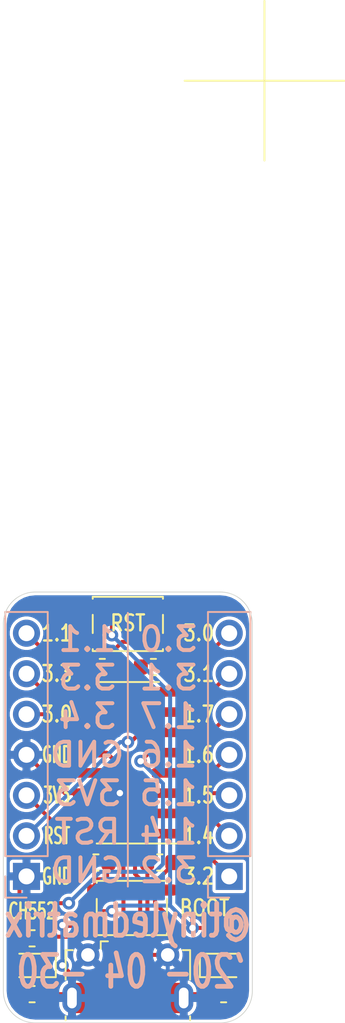
<source format=kicad_pcb>
(kicad_pcb (version 20171130) (host pcbnew "(5.1.5)-3")

  (general
    (thickness 1.6)
    (drawings 32)
    (tracks 192)
    (zones 0)
    (modules 15)
    (nets 21)
  )

  (page A4)
  (layers
    (0 F.Cu signal hide)
    (31 B.Cu signal hide)
    (32 B.Adhes user)
    (33 F.Adhes user)
    (34 B.Paste user hide)
    (35 F.Paste user)
    (36 B.SilkS user)
    (37 F.SilkS user)
    (38 B.Mask user hide)
    (39 F.Mask user)
    (40 Dwgs.User user hide)
    (41 Cmts.User user hide)
    (42 Eco1.User user hide)
    (43 Eco2.User user hide)
    (44 Edge.Cuts user)
    (45 Margin user hide)
    (46 B.CrtYd user hide)
    (47 F.CrtYd user hide)
    (48 B.Fab user hide)
    (49 F.Fab user hide)
  )

  (setup
    (last_trace_width 0.25)
    (trace_clearance 0.2)
    (zone_clearance 0.18)
    (zone_45_only no)
    (trace_min 0.2)
    (via_size 0.8)
    (via_drill 0.4)
    (via_min_size 0.4)
    (via_min_drill 0.3)
    (uvia_size 0.3)
    (uvia_drill 0.1)
    (uvias_allowed no)
    (uvia_min_size 0.2)
    (uvia_min_drill 0.1)
    (edge_width 0.05)
    (segment_width 0.2)
    (pcb_text_width 0.3)
    (pcb_text_size 1.5 1.5)
    (mod_edge_width 0.12)
    (mod_text_size 1 1)
    (mod_text_width 0.15)
    (pad_size 1.524 1.524)
    (pad_drill 0.762)
    (pad_to_mask_clearance 0.051)
    (solder_mask_min_width 0.25)
    (aux_axis_origin 0 0)
    (grid_origin 91.44 142.24)
    (visible_elements 7FFFFFFF)
    (pcbplotparams
      (layerselection 0x010fc_ffffffff)
      (usegerberextensions false)
      (usegerberattributes false)
      (usegerberadvancedattributes false)
      (creategerberjobfile false)
      (excludeedgelayer true)
      (linewidth 0.100000)
      (plotframeref false)
      (viasonmask false)
      (mode 1)
      (useauxorigin false)
      (hpglpennumber 1)
      (hpglpenspeed 20)
      (hpglpendiameter 15.000000)
      (psnegative false)
      (psa4output false)
      (plotreference true)
      (plotvalue true)
      (plotinvisibletext false)
      (padsonsilk false)
      (subtractmaskfromsilk false)
      (outputformat 1)
      (mirror false)
      (drillshape 1)
      (scaleselection 1)
      (outputdirectory ""))
  )

  (net 0 "")
  (net 1 "Net-(C1-Pad2)")
  (net 2 +3V3)
  (net 3 GND)
  (net 4 VBUS)
  (net 5 "Net-(D1-Pad1)")
  (net 6 /P1.7)
  (net 7 "Net-(D2-Pad1)")
  (net 8 "Net-(IC1-Pad13)")
  (net 9 "Net-(IC1-Pad12)")
  (net 10 /P3.4)
  (net 11 /P3.3)
  (net 12 /P1.1)
  (net 13 /P3.0)
  (net 14 /P3.1)
  (net 15 /RST)
  (net 16 /P1.6)
  (net 17 /P1.5)
  (net 18 /P1.4)
  (net 19 /P3.2)
  (net 20 "Net-(R2-Pad2)")

  (net_class Default "This is the default net class."
    (clearance 0.2)
    (trace_width 0.25)
    (via_dia 0.8)
    (via_drill 0.4)
    (uvia_dia 0.3)
    (uvia_drill 0.1)
    (add_net +3V3)
    (add_net /P1.1)
    (add_net /P1.4)
    (add_net /P1.5)
    (add_net /P1.6)
    (add_net /P1.7)
    (add_net /P3.0)
    (add_net /P3.1)
    (add_net /P3.2)
    (add_net /P3.3)
    (add_net /P3.4)
    (add_net /RST)
    (add_net GND)
    (add_net "Net-(C1-Pad2)")
    (add_net "Net-(D1-Pad1)")
    (add_net "Net-(D2-Pad1)")
    (add_net "Net-(IC1-Pad12)")
    (add_net "Net-(IC1-Pad13)")
    (add_net "Net-(R2-Pad2)")
    (add_net VBUS)
  )

  (module pkl_buttons_switches:SW_SPST_3x4x2.5 (layer F.Cu) (tedit 5BC3C028) (tstamp 5EAA4376)
    (at 91.44 134.04)
    (descr "C&K Components, PTS 810 Series, Microminiature SMT Top Actuated, http://www.ckswitches.com/media/1476/pts810.pdf")
    (tags "SPST Button Switch")
    (path /5EA8BE97)
    (attr smd)
    (fp_text reference SW2 (at 0 -2.6) (layer F.Fab)
      (effects (font (size 1 1) (thickness 0.15)))
    )
    (fp_text value SW_Push (at 0 2.6) (layer F.Fab)
      (effects (font (size 1 1) (thickness 0.15)))
    )
    (fp_arc (start 0.4 0) (end 0.4 -1.1) (angle 180) (layer F.Fab) (width 0.1))
    (fp_line (start 2.1 1.6) (end 2.1 -1.6) (layer F.Fab) (width 0.1))
    (fp_line (start 2.1 -1.6) (end -2.1 -1.6) (layer F.Fab) (width 0.1))
    (fp_line (start -2.1 -1.6) (end -2.1 1.6) (layer F.Fab) (width 0.1))
    (fp_line (start -2.1 1.6) (end 2.1 1.6) (layer F.Fab) (width 0.1))
    (fp_arc (start -0.4 0) (end -0.4 1.1) (angle 180) (layer F.Fab) (width 0.1))
    (fp_line (start -0.4 -1.1) (end 0.4 -1.1) (layer F.Fab) (width 0.1))
    (fp_line (start 0.4 1.1) (end -0.4 1.1) (layer F.Fab) (width 0.1))
    (fp_line (start 2.2 -1.7) (end -2.2 -1.7) (layer F.SilkS) (width 0.12))
    (fp_line (start -2.2 -1.7) (end -2.2 -1.58) (layer F.SilkS) (width 0.12))
    (fp_line (start -2.2 -0.57) (end -2.2 0.57) (layer F.SilkS) (width 0.12))
    (fp_line (start -2.2 1.58) (end -2.2 1.7) (layer F.SilkS) (width 0.12))
    (fp_line (start -2.2 1.7) (end 2.2 1.7) (layer F.SilkS) (width 0.12))
    (fp_line (start 2.2 1.7) (end 2.2 1.58) (layer F.SilkS) (width 0.12))
    (fp_line (start 2.2 0.57) (end 2.2 -0.57) (layer F.SilkS) (width 0.12))
    (fp_line (start 2.2 -1.58) (end 2.2 -1.7) (layer F.SilkS) (width 0.12))
    (fp_line (start 3.05 -1.85) (end 3.05 1.85) (layer F.CrtYd) (width 0.05))
    (fp_line (start 3.05 1.85) (end -3.05 1.85) (layer F.CrtYd) (width 0.05))
    (fp_line (start -3.05 1.85) (end -3.05 -1.85) (layer F.CrtYd) (width 0.05))
    (fp_line (start -3.05 -1.85) (end 3.05 -1.85) (layer F.CrtYd) (width 0.05))
    (pad 2 smd roundrect (at 2.3 1.125) (size 1 0.7) (layers F.Cu F.Paste F.Mask) (roundrect_rratio 0.25)
      (net 1 "Net-(C1-Pad2)"))
    (pad 2 smd roundrect (at -2.3 1.125) (size 1 0.7) (layers F.Cu F.Paste F.Mask) (roundrect_rratio 0.25)
      (net 1 "Net-(C1-Pad2)"))
    (pad 1 smd roundrect (at 2.3 -1.125) (size 1 0.7) (layers F.Cu F.Paste F.Mask) (roundrect_rratio 0.25)
      (net 2 +3V3))
    (pad 1 smd roundrect (at -2.3 -1.125) (size 1 0.7) (layers F.Cu F.Paste F.Mask) (roundrect_rratio 0.25)
      (net 2 +3V3))
    (model ${KISYS3DMOD}/Button_Switch_SMD.3dshapes/SW_SPST_PTS810.wrl
      (at (xyz 0 0 0))
      (scale (xyz 1 1 1))
      (rotate (xyz 0 0 0))
    )
  )

  (module pkl_buttons_switches:SW_SPST_3x4x2.5 (layer F.Cu) (tedit 5BC3C028) (tstamp 5EAA4677)
    (at 91.69 151.84)
    (descr "C&K Components, PTS 810 Series, Microminiature SMT Top Actuated, http://www.ckswitches.com/media/1476/pts810.pdf")
    (tags "SPST Button Switch")
    (path /5EA9319D)
    (attr smd)
    (fp_text reference SW1 (at 0 -2.6) (layer F.Fab)
      (effects (font (size 1 1) (thickness 0.15)))
    )
    (fp_text value SW_Push (at 0 2.6) (layer F.Fab)
      (effects (font (size 1 1) (thickness 0.15)))
    )
    (fp_arc (start 0.4 0) (end 0.4 -1.1) (angle 180) (layer F.Fab) (width 0.1))
    (fp_line (start 2.1 1.6) (end 2.1 -1.6) (layer F.Fab) (width 0.1))
    (fp_line (start 2.1 -1.6) (end -2.1 -1.6) (layer F.Fab) (width 0.1))
    (fp_line (start -2.1 -1.6) (end -2.1 1.6) (layer F.Fab) (width 0.1))
    (fp_line (start -2.1 1.6) (end 2.1 1.6) (layer F.Fab) (width 0.1))
    (fp_arc (start -0.4 0) (end -0.4 1.1) (angle 180) (layer F.Fab) (width 0.1))
    (fp_line (start -0.4 -1.1) (end 0.4 -1.1) (layer F.Fab) (width 0.1))
    (fp_line (start 0.4 1.1) (end -0.4 1.1) (layer F.Fab) (width 0.1))
    (fp_line (start 2.2 -1.7) (end -2.2 -1.7) (layer F.SilkS) (width 0.12))
    (fp_line (start -2.2 -1.7) (end -2.2 -1.58) (layer F.SilkS) (width 0.12))
    (fp_line (start -2.2 -0.57) (end -2.2 0.57) (layer F.SilkS) (width 0.12))
    (fp_line (start -2.2 1.58) (end -2.2 1.7) (layer F.SilkS) (width 0.12))
    (fp_line (start -2.2 1.7) (end 2.2 1.7) (layer F.SilkS) (width 0.12))
    (fp_line (start 2.2 1.7) (end 2.2 1.58) (layer F.SilkS) (width 0.12))
    (fp_line (start 2.2 0.57) (end 2.2 -0.57) (layer F.SilkS) (width 0.12))
    (fp_line (start 2.2 -1.58) (end 2.2 -1.7) (layer F.SilkS) (width 0.12))
    (fp_line (start 3.05 -1.85) (end 3.05 1.85) (layer F.CrtYd) (width 0.05))
    (fp_line (start 3.05 1.85) (end -3.05 1.85) (layer F.CrtYd) (width 0.05))
    (fp_line (start -3.05 1.85) (end -3.05 -1.85) (layer F.CrtYd) (width 0.05))
    (fp_line (start -3.05 -1.85) (end 3.05 -1.85) (layer F.CrtYd) (width 0.05))
    (pad 2 smd roundrect (at 2.3 1.125) (size 1 0.7) (layers F.Cu F.Paste F.Mask) (roundrect_rratio 0.25)
      (net 20 "Net-(R2-Pad2)"))
    (pad 2 smd roundrect (at -2.3 1.125) (size 1 0.7) (layers F.Cu F.Paste F.Mask) (roundrect_rratio 0.25)
      (net 20 "Net-(R2-Pad2)"))
    (pad 1 smd roundrect (at 2.3 -1.125) (size 1 0.7) (layers F.Cu F.Paste F.Mask) (roundrect_rratio 0.25)
      (net 2 +3V3))
    (pad 1 smd roundrect (at -2.3 -1.125) (size 1 0.7) (layers F.Cu F.Paste F.Mask) (roundrect_rratio 0.25)
      (net 2 +3V3))
    (model ${KISYS3DMOD}/Button_Switch_SMD.3dshapes/SW_SPST_PTS810.wrl
      (at (xyz 0 0 0))
      (scale (xyz 1 1 1))
      (rotate (xyz 0 0 0))
    )
  )

  (module Resistor_SMD:R_0603_1608Metric (layer F.Cu) (tedit 5B301BBD) (tstamp 5EAA4F5C)
    (at 85.44 157.24 180)
    (descr "Resistor SMD 0603 (1608 Metric), square (rectangular) end terminal, IPC_7351 nominal, (Body size source: http://www.tortai-tech.com/upload/download/2011102023233369053.pdf), generated with kicad-footprint-generator")
    (tags resistor)
    (path /5EAA1FE0)
    (attr smd)
    (fp_text reference R4 (at 0 -1.43) (layer F.SilkS) hide
      (effects (font (size 1 1) (thickness 0.15)))
    )
    (fp_text value 1k (at 0 1.43) (layer F.Fab)
      (effects (font (size 1 1) (thickness 0.15)))
    )
    (fp_text user %R (at 0 0) (layer F.Fab)
      (effects (font (size 0.4 0.4) (thickness 0.06)))
    )
    (fp_line (start 1.48 0.73) (end -1.48 0.73) (layer F.CrtYd) (width 0.05))
    (fp_line (start 1.48 -0.73) (end 1.48 0.73) (layer F.CrtYd) (width 0.05))
    (fp_line (start -1.48 -0.73) (end 1.48 -0.73) (layer F.CrtYd) (width 0.05))
    (fp_line (start -1.48 0.73) (end -1.48 -0.73) (layer F.CrtYd) (width 0.05))
    (fp_line (start -0.162779 0.51) (end 0.162779 0.51) (layer F.SilkS) (width 0.12))
    (fp_line (start -0.162779 -0.51) (end 0.162779 -0.51) (layer F.SilkS) (width 0.12))
    (fp_line (start 0.8 0.4) (end -0.8 0.4) (layer F.Fab) (width 0.1))
    (fp_line (start 0.8 -0.4) (end 0.8 0.4) (layer F.Fab) (width 0.1))
    (fp_line (start -0.8 -0.4) (end 0.8 -0.4) (layer F.Fab) (width 0.1))
    (fp_line (start -0.8 0.4) (end -0.8 -0.4) (layer F.Fab) (width 0.1))
    (pad 2 smd roundrect (at 0.7875 0 180) (size 0.875 0.95) (layers F.Cu F.Paste F.Mask) (roundrect_rratio 0.25)
      (net 7 "Net-(D2-Pad1)"))
    (pad 1 smd roundrect (at -0.7875 0 180) (size 0.875 0.95) (layers F.Cu F.Paste F.Mask) (roundrect_rratio 0.25)
      (net 3 GND))
    (model ${KISYS3DMOD}/Resistor_SMD.3dshapes/R_0603_1608Metric.wrl
      (at (xyz 0 0 0))
      (scale (xyz 1 1 1))
      (rotate (xyz 0 0 0))
    )
  )

  (module Resistor_SMD:R_0603_1608Metric (layer F.Cu) (tedit 5B301BBD) (tstamp 5EAA4897)
    (at 97.44 157.24)
    (descr "Resistor SMD 0603 (1608 Metric), square (rectangular) end terminal, IPC_7351 nominal, (Body size source: http://www.tortai-tech.com/upload/download/2011102023233369053.pdf), generated with kicad-footprint-generator")
    (tags resistor)
    (path /5EA96C62)
    (attr smd)
    (fp_text reference R3 (at 0 -1.43) (layer F.SilkS) hide
      (effects (font (size 1 1) (thickness 0.15)))
    )
    (fp_text value 1k (at 0.4 1.2) (layer F.Fab)
      (effects (font (size 1 1) (thickness 0.15)))
    )
    (fp_text user %R (at 0 0) (layer F.Fab)
      (effects (font (size 0.4 0.4) (thickness 0.06)))
    )
    (fp_line (start 1.48 0.73) (end -1.48 0.73) (layer F.CrtYd) (width 0.05))
    (fp_line (start 1.48 -0.73) (end 1.48 0.73) (layer F.CrtYd) (width 0.05))
    (fp_line (start -1.48 -0.73) (end 1.48 -0.73) (layer F.CrtYd) (width 0.05))
    (fp_line (start -1.48 0.73) (end -1.48 -0.73) (layer F.CrtYd) (width 0.05))
    (fp_line (start -0.162779 0.51) (end 0.162779 0.51) (layer F.SilkS) (width 0.12))
    (fp_line (start -0.162779 -0.51) (end 0.162779 -0.51) (layer F.SilkS) (width 0.12))
    (fp_line (start 0.8 0.4) (end -0.8 0.4) (layer F.Fab) (width 0.1))
    (fp_line (start 0.8 -0.4) (end 0.8 0.4) (layer F.Fab) (width 0.1))
    (fp_line (start -0.8 -0.4) (end 0.8 -0.4) (layer F.Fab) (width 0.1))
    (fp_line (start -0.8 0.4) (end -0.8 -0.4) (layer F.Fab) (width 0.1))
    (pad 2 smd roundrect (at 0.7875 0) (size 0.875 0.95) (layers F.Cu F.Paste F.Mask) (roundrect_rratio 0.25)
      (net 5 "Net-(D1-Pad1)"))
    (pad 1 smd roundrect (at -0.7875 0) (size 0.875 0.95) (layers F.Cu F.Paste F.Mask) (roundrect_rratio 0.25)
      (net 3 GND))
    (model ${KISYS3DMOD}/Resistor_SMD.3dshapes/R_0603_1608Metric.wrl
      (at (xyz 0 0 0))
      (scale (xyz 1 1 1))
      (rotate (xyz 0 0 0))
    )
  )

  (module Resistor_SMD:R_0603_1608Metric (layer F.Cu) (tedit 5B301BBD) (tstamp 5EAA45B6)
    (at 93.44 148.99)
    (descr "Resistor SMD 0603 (1608 Metric), square (rectangular) end terminal, IPC_7351 nominal, (Body size source: http://www.tortai-tech.com/upload/download/2011102023233369053.pdf), generated with kicad-footprint-generator")
    (tags resistor)
    (path /5EA93FAC)
    (attr smd)
    (fp_text reference R2 (at 0 -1.43) (layer F.SilkS) hide
      (effects (font (size 1 1) (thickness 0.15)))
    )
    (fp_text value 1k (at 0 1.43) (layer F.Fab)
      (effects (font (size 1 1) (thickness 0.15)))
    )
    (fp_text user %R (at 0 0) (layer F.Fab)
      (effects (font (size 0.4 0.4) (thickness 0.06)))
    )
    (fp_line (start 1.48 0.73) (end -1.48 0.73) (layer F.CrtYd) (width 0.05))
    (fp_line (start 1.48 -0.73) (end 1.48 0.73) (layer F.CrtYd) (width 0.05))
    (fp_line (start -1.48 -0.73) (end 1.48 -0.73) (layer F.CrtYd) (width 0.05))
    (fp_line (start -1.48 0.73) (end -1.48 -0.73) (layer F.CrtYd) (width 0.05))
    (fp_line (start -0.162779 0.51) (end 0.162779 0.51) (layer F.SilkS) (width 0.12))
    (fp_line (start -0.162779 -0.51) (end 0.162779 -0.51) (layer F.SilkS) (width 0.12))
    (fp_line (start 0.8 0.4) (end -0.8 0.4) (layer F.Fab) (width 0.1))
    (fp_line (start 0.8 -0.4) (end 0.8 0.4) (layer F.Fab) (width 0.1))
    (fp_line (start -0.8 -0.4) (end 0.8 -0.4) (layer F.Fab) (width 0.1))
    (fp_line (start -0.8 0.4) (end -0.8 -0.4) (layer F.Fab) (width 0.1))
    (pad 2 smd roundrect (at 0.7875 0) (size 0.875 0.95) (layers F.Cu F.Paste F.Mask) (roundrect_rratio 0.25)
      (net 20 "Net-(R2-Pad2)"))
    (pad 1 smd roundrect (at -0.7875 0) (size 0.875 0.95) (layers F.Cu F.Paste F.Mask) (roundrect_rratio 0.25)
      (net 9 "Net-(IC1-Pad12)"))
    (model ${KISYS3DMOD}/Resistor_SMD.3dshapes/R_0603_1608Metric.wrl
      (at (xyz 0 0 0))
      (scale (xyz 1 1 1))
      (rotate (xyz 0 0 0))
    )
  )

  (module Resistor_SMD:R_0603_1608Metric (layer F.Cu) (tedit 5B301BBD) (tstamp 5EAB40CD)
    (at 93.04 136.74)
    (descr "Resistor SMD 0603 (1608 Metric), square (rectangular) end terminal, IPC_7351 nominal, (Body size source: http://www.tortai-tech.com/upload/download/2011102023233369053.pdf), generated with kicad-footprint-generator")
    (tags resistor)
    (path /5EA8CDDE)
    (attr smd)
    (fp_text reference R1 (at 0 -1.43) (layer F.SilkS) hide
      (effects (font (size 1 1) (thickness 0.15)))
    )
    (fp_text value 1k (at 0 1.43) (layer F.Fab)
      (effects (font (size 1 1) (thickness 0.15)))
    )
    (fp_text user %R (at 0 0) (layer F.Fab)
      (effects (font (size 0.4 0.4) (thickness 0.06)))
    )
    (fp_line (start 1.48 0.73) (end -1.48 0.73) (layer F.CrtYd) (width 0.05))
    (fp_line (start 1.48 -0.73) (end 1.48 0.73) (layer F.CrtYd) (width 0.05))
    (fp_line (start -1.48 -0.73) (end 1.48 -0.73) (layer F.CrtYd) (width 0.05))
    (fp_line (start -1.48 0.73) (end -1.48 -0.73) (layer F.CrtYd) (width 0.05))
    (fp_line (start -0.162779 0.51) (end 0.162779 0.51) (layer F.SilkS) (width 0.12))
    (fp_line (start -0.162779 -0.51) (end 0.162779 -0.51) (layer F.SilkS) (width 0.12))
    (fp_line (start 0.8 0.4) (end -0.8 0.4) (layer F.Fab) (width 0.1))
    (fp_line (start 0.8 -0.4) (end 0.8 0.4) (layer F.Fab) (width 0.1))
    (fp_line (start -0.8 -0.4) (end 0.8 -0.4) (layer F.Fab) (width 0.1))
    (fp_line (start -0.8 0.4) (end -0.8 -0.4) (layer F.Fab) (width 0.1))
    (pad 2 smd roundrect (at 0.7875 0) (size 0.875 0.95) (layers F.Cu F.Paste F.Mask) (roundrect_rratio 0.25)
      (net 1 "Net-(C1-Pad2)"))
    (pad 1 smd roundrect (at -0.7875 0) (size 0.875 0.95) (layers F.Cu F.Paste F.Mask) (roundrect_rratio 0.25)
      (net 15 /RST))
    (model ${KISYS3DMOD}/Resistor_SMD.3dshapes/R_0603_1608Metric.wrl
      (at (xyz 0 0 0))
      (scale (xyz 1 1 1))
      (rotate (xyz 0 0 0))
    )
  )

  (module Connector_PinHeader_2.54mm:PinHeader_1x07_P2.54mm_Vertical (layer B.Cu) (tedit 59FED5CC) (tstamp 5EAA3CC4)
    (at 85.09 149.86)
    (descr "Through hole straight pin header, 1x07, 2.54mm pitch, single row")
    (tags "Through hole pin header THT 1x07 2.54mm single row")
    (path /5EAA4337)
    (fp_text reference J3 (at -7.62 0) (layer B.SilkS) hide
      (effects (font (size 1 1) (thickness 0.15)) (justify mirror))
    )
    (fp_text value Conn_01x07 (at 0 -17.57) (layer B.Fab)
      (effects (font (size 1 1) (thickness 0.15)) (justify mirror))
    )
    (fp_text user %R (at 0 -7.62 -90) (layer B.Fab)
      (effects (font (size 1 1) (thickness 0.15)) (justify mirror))
    )
    (fp_line (start 1.8 1.8) (end -1.8 1.8) (layer B.CrtYd) (width 0.05))
    (fp_line (start 1.8 -17.05) (end 1.8 1.8) (layer B.CrtYd) (width 0.05))
    (fp_line (start -1.8 -17.05) (end 1.8 -17.05) (layer B.CrtYd) (width 0.05))
    (fp_line (start -1.8 1.8) (end -1.8 -17.05) (layer B.CrtYd) (width 0.05))
    (fp_line (start -1.33 1.33) (end 0 1.33) (layer B.SilkS) (width 0.12))
    (fp_line (start -1.33 0) (end -1.33 1.33) (layer B.SilkS) (width 0.12))
    (fp_line (start -1.33 -1.27) (end 1.33 -1.27) (layer B.SilkS) (width 0.12))
    (fp_line (start 1.33 -1.27) (end 1.33 -16.57) (layer B.SilkS) (width 0.12))
    (fp_line (start -1.33 -1.27) (end -1.33 -16.57) (layer B.SilkS) (width 0.12))
    (fp_line (start -1.33 -16.57) (end 1.33 -16.57) (layer B.SilkS) (width 0.12))
    (fp_line (start -1.27 0.635) (end -0.635 1.27) (layer B.Fab) (width 0.1))
    (fp_line (start -1.27 -16.51) (end -1.27 0.635) (layer B.Fab) (width 0.1))
    (fp_line (start 1.27 -16.51) (end -1.27 -16.51) (layer B.Fab) (width 0.1))
    (fp_line (start 1.27 1.27) (end 1.27 -16.51) (layer B.Fab) (width 0.1))
    (fp_line (start -0.635 1.27) (end 1.27 1.27) (layer B.Fab) (width 0.1))
    (pad 7 thru_hole oval (at 0 -15.24) (size 1.7 1.7) (drill 1) (layers *.Cu *.Mask)
      (net 12 /P1.1))
    (pad 6 thru_hole oval (at 0 -12.7) (size 1.7 1.7) (drill 1) (layers *.Cu *.Mask)
      (net 11 /P3.3))
    (pad 5 thru_hole oval (at 0 -10.16) (size 1.7 1.7) (drill 1) (layers *.Cu *.Mask)
      (net 10 /P3.4))
    (pad 4 thru_hole oval (at 0 -7.62) (size 1.7 1.7) (drill 1) (layers *.Cu *.Mask)
      (net 3 GND))
    (pad 3 thru_hole oval (at 0 -5.08) (size 1.7 1.7) (drill 1) (layers *.Cu *.Mask)
      (net 2 +3V3))
    (pad 2 thru_hole oval (at 0 -2.54) (size 1.7 1.7) (drill 1) (layers *.Cu *.Mask)
      (net 15 /RST))
    (pad 1 thru_hole rect (at 0 0) (size 1.7 1.7) (drill 1) (layers *.Cu *.Mask)
      (net 3 GND))
    (model ${KISYS3DMOD}/Connector_PinHeader_2.54mm.3dshapes/PinHeader_1x07_P2.54mm_Vertical.wrl
      (at (xyz 0 0 0))
      (scale (xyz 1 1 1))
      (rotate (xyz 0 0 0))
    )
  )

  (module Connector_USB:USB_Micro-B_Molex-105017-0001 (layer F.Cu) (tedit 5A1DC0BE) (tstamp 5EAA35A9)
    (at 91.44 156.2425)
    (descr http://www.molex.com/pdm_docs/sd/1050170001_sd.pdf)
    (tags "Micro-USB SMD Typ-B")
    (path /5EACACB1)
    (attr smd)
    (fp_text reference J2 (at 0 -3.1125) (layer F.SilkS) hide
      (effects (font (size 1 1) (thickness 0.15)))
    )
    (fp_text value USB_B_Micro (at 0.3 4.3375) (layer F.Fab)
      (effects (font (size 1 1) (thickness 0.15)))
    )
    (fp_line (start -1.1 -2.1225) (end -1.1 -1.9125) (layer F.Fab) (width 0.1))
    (fp_line (start -1.5 -2.1225) (end -1.5 -1.9125) (layer F.Fab) (width 0.1))
    (fp_line (start -1.5 -2.1225) (end -1.1 -2.1225) (layer F.Fab) (width 0.1))
    (fp_line (start -1.1 -1.9125) (end -1.3 -1.7125) (layer F.Fab) (width 0.1))
    (fp_line (start -1.3 -1.7125) (end -1.5 -1.9125) (layer F.Fab) (width 0.1))
    (fp_line (start -1.7 -2.3125) (end -1.7 -1.8625) (layer F.SilkS) (width 0.12))
    (fp_line (start -1.7 -2.3125) (end -1.25 -2.3125) (layer F.SilkS) (width 0.12))
    (fp_line (start 3.9 -1.7625) (end 3.45 -1.7625) (layer F.SilkS) (width 0.12))
    (fp_line (start 3.9 0.0875) (end 3.9 -1.7625) (layer F.SilkS) (width 0.12))
    (fp_line (start -3.9 2.6375) (end -3.9 2.3875) (layer F.SilkS) (width 0.12))
    (fp_line (start -3.75 3.3875) (end -3.75 -1.6125) (layer F.Fab) (width 0.1))
    (fp_line (start -3.75 -1.6125) (end 3.75 -1.6125) (layer F.Fab) (width 0.1))
    (fp_line (start -3.75 3.389204) (end 3.75 3.389204) (layer F.Fab) (width 0.1))
    (fp_line (start -3 2.689204) (end 3 2.689204) (layer F.Fab) (width 0.1))
    (fp_line (start 3.75 3.3875) (end 3.75 -1.6125) (layer F.Fab) (width 0.1))
    (fp_line (start 3.9 2.6375) (end 3.9 2.3875) (layer F.SilkS) (width 0.12))
    (fp_line (start -3.9 0.0875) (end -3.9 -1.7625) (layer F.SilkS) (width 0.12))
    (fp_line (start -3.9 -1.7625) (end -3.45 -1.7625) (layer F.SilkS) (width 0.12))
    (fp_line (start -4.4 3.64) (end -4.4 -2.46) (layer F.CrtYd) (width 0.05))
    (fp_line (start -4.4 -2.46) (end 4.4 -2.46) (layer F.CrtYd) (width 0.05))
    (fp_line (start 4.4 -2.46) (end 4.4 3.64) (layer F.CrtYd) (width 0.05))
    (fp_line (start -4.4 3.64) (end 4.4 3.64) (layer F.CrtYd) (width 0.05))
    (fp_text user %R (at 0 0.8875) (layer F.Fab)
      (effects (font (size 1 1) (thickness 0.15)))
    )
    (fp_text user "PCB Edge" (at 0 2.6875) (layer Dwgs.User)
      (effects (font (size 0.5 0.5) (thickness 0.08)))
    )
    (pad 6 smd rect (at -2.9 1.2375) (size 1.2 1.9) (layers F.Cu F.Mask)
      (net 3 GND))
    (pad 6 smd rect (at 2.9 1.2375) (size 1.2 1.9) (layers F.Cu F.Mask)
      (net 3 GND))
    (pad 6 thru_hole oval (at 3.5 1.2375) (size 1.2 1.9) (drill oval 0.6 1.3) (layers *.Cu *.Mask)
      (net 3 GND))
    (pad 6 thru_hole oval (at -3.5 1.2375 180) (size 1.2 1.9) (drill oval 0.6 1.3) (layers *.Cu *.Mask)
      (net 3 GND))
    (pad 6 smd rect (at -1 1.2375) (size 1.5 1.9) (layers F.Cu F.Paste F.Mask)
      (net 3 GND))
    (pad 6 thru_hole circle (at 2.5 -1.4625) (size 1.45 1.45) (drill 0.85) (layers *.Cu *.Mask)
      (net 3 GND))
    (pad 3 smd rect (at 0 -1.4625) (size 0.4 1.35) (layers F.Cu F.Paste F.Mask)
      (net 9 "Net-(IC1-Pad12)"))
    (pad 4 smd rect (at 0.65 -1.4625) (size 0.4 1.35) (layers F.Cu F.Paste F.Mask))
    (pad 5 smd rect (at 1.3 -1.4625) (size 0.4 1.35) (layers F.Cu F.Paste F.Mask)
      (net 3 GND))
    (pad 1 smd rect (at -1.3 -1.4625) (size 0.4 1.35) (layers F.Cu F.Paste F.Mask)
      (net 4 VBUS))
    (pad 2 smd rect (at -0.65 -1.4625) (size 0.4 1.35) (layers F.Cu F.Paste F.Mask)
      (net 8 "Net-(IC1-Pad13)"))
    (pad 6 thru_hole circle (at -2.5 -1.4625) (size 1.45 1.45) (drill 0.85) (layers *.Cu *.Mask)
      (net 3 GND))
    (pad 6 smd rect (at 1 1.2375) (size 1.5 1.9) (layers F.Cu F.Paste F.Mask)
      (net 3 GND))
    (model ${KISYS3DMOD}/Connector_USB.3dshapes/USB_Micro-B_Molex-105017-0001.wrl
      (at (xyz 0 0 0))
      (scale (xyz 1 1 1))
      (rotate (xyz 0 0 0))
    )
  )

  (module Connector_PinHeader_2.54mm:PinHeader_1x07_P2.54mm_Vertical locked (layer B.Cu) (tedit 59FED5CC) (tstamp 5EAA6FEF)
    (at 97.79 149.86)
    (descr "Through hole straight pin header, 1x07, 2.54mm pitch, single row")
    (tags "Through hole pin header THT 1x07 2.54mm single row")
    (path /5EAA4D79)
    (fp_text reference J1 (at 0 2.33) (layer B.SilkS) hide
      (effects (font (size 1 1) (thickness 0.15)) (justify mirror))
    )
    (fp_text value Conn_01x07 (at 0 -17.57) (layer B.Fab)
      (effects (font (size 1 1) (thickness 0.15)) (justify mirror))
    )
    (fp_text user %R (at 0 -7.62 -90) (layer B.Fab)
      (effects (font (size 1 1) (thickness 0.15)) (justify mirror))
    )
    (fp_line (start 1.8 1.8) (end -1.8 1.8) (layer B.CrtYd) (width 0.05))
    (fp_line (start 1.8 -17.05) (end 1.8 1.8) (layer B.CrtYd) (width 0.05))
    (fp_line (start -1.8 -17.05) (end 1.8 -17.05) (layer B.CrtYd) (width 0.05))
    (fp_line (start -1.8 1.8) (end -1.8 -17.05) (layer B.CrtYd) (width 0.05))
    (fp_line (start -1.33 1.33) (end 0 1.33) (layer B.SilkS) (width 0.12))
    (fp_line (start -1.33 0) (end -1.33 1.33) (layer B.SilkS) (width 0.12))
    (fp_line (start -1.33 -1.27) (end 1.33 -1.27) (layer B.SilkS) (width 0.12))
    (fp_line (start 1.33 -1.27) (end 1.33 -16.57) (layer B.SilkS) (width 0.12))
    (fp_line (start -1.33 -1.27) (end -1.33 -16.57) (layer B.SilkS) (width 0.12))
    (fp_line (start -1.33 -16.57) (end 1.33 -16.57) (layer B.SilkS) (width 0.12))
    (fp_line (start -1.27 0.635) (end -0.635 1.27) (layer B.Fab) (width 0.1))
    (fp_line (start -1.27 -16.51) (end -1.27 0.635) (layer B.Fab) (width 0.1))
    (fp_line (start 1.27 -16.51) (end -1.27 -16.51) (layer B.Fab) (width 0.1))
    (fp_line (start 1.27 1.27) (end 1.27 -16.51) (layer B.Fab) (width 0.1))
    (fp_line (start -0.635 1.27) (end 1.27 1.27) (layer B.Fab) (width 0.1))
    (pad 7 thru_hole oval (at 0 -15.24) (size 1.7 1.7) (drill 1) (layers *.Cu *.Mask)
      (net 13 /P3.0))
    (pad 6 thru_hole oval (at 0 -12.7) (size 1.7 1.7) (drill 1) (layers *.Cu *.Mask)
      (net 14 /P3.1))
    (pad 5 thru_hole oval (at 0 -10.16) (size 1.7 1.7) (drill 1) (layers *.Cu *.Mask)
      (net 6 /P1.7))
    (pad 4 thru_hole oval (at 0 -7.62) (size 1.7 1.7) (drill 1) (layers *.Cu *.Mask)
      (net 16 /P1.6))
    (pad 3 thru_hole oval (at 0 -5.08) (size 1.7 1.7) (drill 1) (layers *.Cu *.Mask)
      (net 17 /P1.5))
    (pad 2 thru_hole oval (at 0 -2.54) (size 1.7 1.7) (drill 1) (layers *.Cu *.Mask)
      (net 18 /P1.4))
    (pad 1 thru_hole rect (at 0 0) (size 1.7 1.7) (drill 1) (layers *.Cu *.Mask)
      (net 19 /P3.2))
    (model ${KISYS3DMOD}/Connector_PinHeader_2.54mm.3dshapes/PinHeader_1x07_P2.54mm_Vertical.wrl
      (at (xyz 0 0 0))
      (scale (xyz 1 1 1))
      (rotate (xyz 0 0 0))
    )
  )

  (module Package_SO:SOIC-16_3.9x9.9mm_P1.27mm (layer F.Cu) (tedit 5D9F72B1) (tstamp 5EAA3EBA)
    (at 91.44 142.74 180)
    (descr "SOIC, 16 Pin (JEDEC MS-012AC, https://www.analog.com/media/en/package-pcb-resources/package/pkg_pdf/soic_narrow-r/r_16.pdf), generated with kicad-footprint-generator ipc_gullwing_generator.py")
    (tags "SOIC SO")
    (path /5EABA50B)
    (attr smd)
    (fp_text reference IC1 (at 0 -5.9) (layer F.SilkS) hide
      (effects (font (size 1 1) (thickness 0.15)))
    )
    (fp_text value CH552G (at 0 5.9) (layer F.Fab)
      (effects (font (size 1 1) (thickness 0.15)))
    )
    (fp_text user %R (at 0 0) (layer F.Fab)
      (effects (font (size 0.98 0.98) (thickness 0.15)))
    )
    (fp_line (start 3.7 -5.2) (end -3.7 -5.2) (layer F.CrtYd) (width 0.05))
    (fp_line (start 3.7 5.2) (end 3.7 -5.2) (layer F.CrtYd) (width 0.05))
    (fp_line (start -3.7 5.2) (end 3.7 5.2) (layer F.CrtYd) (width 0.05))
    (fp_line (start -3.7 -5.2) (end -3.7 5.2) (layer F.CrtYd) (width 0.05))
    (fp_line (start -1.95 -3.975) (end -0.975 -4.95) (layer F.Fab) (width 0.1))
    (fp_line (start -1.95 4.95) (end -1.95 -3.975) (layer F.Fab) (width 0.1))
    (fp_line (start 1.95 4.95) (end -1.95 4.95) (layer F.Fab) (width 0.1))
    (fp_line (start 1.95 -4.95) (end 1.95 4.95) (layer F.Fab) (width 0.1))
    (fp_line (start -0.975 -4.95) (end 1.95 -4.95) (layer F.Fab) (width 0.1))
    (fp_line (start 0 -5.06) (end -3.45 -5.06) (layer F.SilkS) (width 0.12))
    (fp_line (start 0 -5.06) (end 1.95 -5.06) (layer F.SilkS) (width 0.12))
    (fp_line (start 0 5.06) (end -1.95 5.06) (layer F.SilkS) (width 0.12))
    (fp_line (start 0 5.06) (end 1.95 5.06) (layer F.SilkS) (width 0.12))
    (pad 16 smd roundrect (at 2.475 -4.445 180) (size 1.95 0.6) (layers F.Cu F.Paste F.Mask) (roundrect_rratio 0.25)
      (net 2 +3V3))
    (pad 15 smd roundrect (at 2.475 -3.175 180) (size 1.95 0.6) (layers F.Cu F.Paste F.Mask) (roundrect_rratio 0.25)
      (net 4 VBUS))
    (pad 14 smd roundrect (at 2.475 -1.905 180) (size 1.95 0.6) (layers F.Cu F.Paste F.Mask) (roundrect_rratio 0.25)
      (net 3 GND))
    (pad 13 smd roundrect (at 2.475 -0.635 180) (size 1.95 0.6) (layers F.Cu F.Paste F.Mask) (roundrect_rratio 0.25)
      (net 8 "Net-(IC1-Pad13)"))
    (pad 12 smd roundrect (at 2.475 0.635 180) (size 1.95 0.6) (layers F.Cu F.Paste F.Mask) (roundrect_rratio 0.25)
      (net 9 "Net-(IC1-Pad12)"))
    (pad 11 smd roundrect (at 2.475 1.905 180) (size 1.95 0.6) (layers F.Cu F.Paste F.Mask) (roundrect_rratio 0.25)
      (net 10 /P3.4))
    (pad 10 smd roundrect (at 2.475 3.175 180) (size 1.95 0.6) (layers F.Cu F.Paste F.Mask) (roundrect_rratio 0.25)
      (net 11 /P3.3))
    (pad 9 smd roundrect (at 2.475 4.445 180) (size 1.95 0.6) (layers F.Cu F.Paste F.Mask) (roundrect_rratio 0.25)
      (net 12 /P1.1))
    (pad 8 smd roundrect (at -2.475 4.445 180) (size 1.95 0.6) (layers F.Cu F.Paste F.Mask) (roundrect_rratio 0.25)
      (net 13 /P3.0))
    (pad 7 smd roundrect (at -2.475 3.175 180) (size 1.95 0.6) (layers F.Cu F.Paste F.Mask) (roundrect_rratio 0.25)
      (net 14 /P3.1))
    (pad 6 smd roundrect (at -2.475 1.905 180) (size 1.95 0.6) (layers F.Cu F.Paste F.Mask) (roundrect_rratio 0.25)
      (net 15 /RST))
    (pad 5 smd roundrect (at -2.475 0.635 180) (size 1.95 0.6) (layers F.Cu F.Paste F.Mask) (roundrect_rratio 0.25)
      (net 6 /P1.7))
    (pad 4 smd roundrect (at -2.475 -0.635 180) (size 1.95 0.6) (layers F.Cu F.Paste F.Mask) (roundrect_rratio 0.25)
      (net 16 /P1.6))
    (pad 3 smd roundrect (at -2.475 -1.905 180) (size 1.95 0.6) (layers F.Cu F.Paste F.Mask) (roundrect_rratio 0.25)
      (net 17 /P1.5))
    (pad 2 smd roundrect (at -2.475 -3.175 180) (size 1.95 0.6) (layers F.Cu F.Paste F.Mask) (roundrect_rratio 0.25)
      (net 18 /P1.4))
    (pad 1 smd roundrect (at -2.475 -4.445 180) (size 1.95 0.6) (layers F.Cu F.Paste F.Mask) (roundrect_rratio 0.25)
      (net 19 /P3.2))
    (model ${KISYS3DMOD}/Package_SO.3dshapes/SOIC-16_3.9x9.9mm_P1.27mm.wrl
      (at (xyz 0 0 0))
      (scale (xyz 1 1 1))
      (rotate (xyz 0 0 0))
    )
  )

  (module LED_SMD:LED_0603_1608Metric (layer F.Cu) (tedit 5B301BBE) (tstamp 5EAB3B7E)
    (at 85.44 155.44 180)
    (descr "LED SMD 0603 (1608 Metric), square (rectangular) end terminal, IPC_7351 nominal, (Body size source: http://www.tortai-tech.com/upload/download/2011102023233369053.pdf), generated with kicad-footprint-generator")
    (tags diode)
    (path /5EAA1FDA)
    (attr smd)
    (fp_text reference D2 (at 0 -1.43) (layer F.SilkS) hide
      (effects (font (size 1 1) (thickness 0.15)))
    )
    (fp_text value LED (at 0 1.43) (layer F.Fab)
      (effects (font (size 1 1) (thickness 0.15)))
    )
    (fp_text user %R (at 0 0) (layer F.Fab)
      (effects (font (size 0.4 0.4) (thickness 0.06)))
    )
    (fp_line (start 1.48 0.73) (end -1.48 0.73) (layer F.CrtYd) (width 0.05))
    (fp_line (start 1.48 -0.73) (end 1.48 0.73) (layer F.CrtYd) (width 0.05))
    (fp_line (start -1.48 -0.73) (end 1.48 -0.73) (layer F.CrtYd) (width 0.05))
    (fp_line (start -1.48 0.73) (end -1.48 -0.73) (layer F.CrtYd) (width 0.05))
    (fp_line (start -1.485 0.735) (end 0.8 0.735) (layer F.SilkS) (width 0.12))
    (fp_line (start -1.485 -0.735) (end -1.485 0.735) (layer F.SilkS) (width 0.12))
    (fp_line (start 0.8 -0.735) (end -1.485 -0.735) (layer F.SilkS) (width 0.12))
    (fp_line (start 0.8 0.4) (end 0.8 -0.4) (layer F.Fab) (width 0.1))
    (fp_line (start -0.8 0.4) (end 0.8 0.4) (layer F.Fab) (width 0.1))
    (fp_line (start -0.8 -0.1) (end -0.8 0.4) (layer F.Fab) (width 0.1))
    (fp_line (start -0.5 -0.4) (end -0.8 -0.1) (layer F.Fab) (width 0.1))
    (fp_line (start 0.8 -0.4) (end -0.5 -0.4) (layer F.Fab) (width 0.1))
    (pad 2 smd roundrect (at 0.7875 0 180) (size 0.875 0.95) (layers F.Cu F.Paste F.Mask) (roundrect_rratio 0.25)
      (net 6 /P1.7))
    (pad 1 smd roundrect (at -0.7875 0 180) (size 0.875 0.95) (layers F.Cu F.Paste F.Mask) (roundrect_rratio 0.25)
      (net 7 "Net-(D2-Pad1)"))
    (model ${KISYS3DMOD}/LED_SMD.3dshapes/LED_0603_1608Metric.wrl
      (at (xyz 0 0 0))
      (scale (xyz 1 1 1))
      (rotate (xyz 0 0 0))
    )
  )

  (module LED_SMD:LED_0603_1608Metric (layer F.Cu) (tedit 5B301BBE) (tstamp 5EAA3530)
    (at 97.44 155.44)
    (descr "LED SMD 0603 (1608 Metric), square (rectangular) end terminal, IPC_7351 nominal, (Body size source: http://www.tortai-tech.com/upload/download/2011102023233369053.pdf), generated with kicad-footprint-generator")
    (tags diode)
    (path /5EA95F61)
    (attr smd)
    (fp_text reference D1 (at 0 -1.43) (layer F.SilkS) hide
      (effects (font (size 1 1) (thickness 0.15)))
    )
    (fp_text value LED (at 0 1.43) (layer F.Fab)
      (effects (font (size 1 1) (thickness 0.15)))
    )
    (fp_text user %R (at 0 0) (layer F.Fab)
      (effects (font (size 0.4 0.4) (thickness 0.06)))
    )
    (fp_line (start 1.48 0.73) (end -1.48 0.73) (layer F.CrtYd) (width 0.05))
    (fp_line (start 1.48 -0.73) (end 1.48 0.73) (layer F.CrtYd) (width 0.05))
    (fp_line (start -1.48 -0.73) (end 1.48 -0.73) (layer F.CrtYd) (width 0.05))
    (fp_line (start -1.48 0.73) (end -1.48 -0.73) (layer F.CrtYd) (width 0.05))
    (fp_line (start -1.485 0.735) (end 0.8 0.735) (layer F.SilkS) (width 0.12))
    (fp_line (start -1.485 -0.735) (end -1.485 0.735) (layer F.SilkS) (width 0.12))
    (fp_line (start 0.8 -0.735) (end -1.485 -0.735) (layer F.SilkS) (width 0.12))
    (fp_line (start 0.8 0.4) (end 0.8 -0.4) (layer F.Fab) (width 0.1))
    (fp_line (start -0.8 0.4) (end 0.8 0.4) (layer F.Fab) (width 0.1))
    (fp_line (start -0.8 -0.1) (end -0.8 0.4) (layer F.Fab) (width 0.1))
    (fp_line (start -0.5 -0.4) (end -0.8 -0.1) (layer F.Fab) (width 0.1))
    (fp_line (start 0.8 -0.4) (end -0.5 -0.4) (layer F.Fab) (width 0.1))
    (pad 2 smd roundrect (at 0.7875 0) (size 0.875 0.95) (layers F.Cu F.Paste F.Mask) (roundrect_rratio 0.25)
      (net 2 +3V3))
    (pad 1 smd roundrect (at -0.7875 0) (size 0.875 0.95) (layers F.Cu F.Paste F.Mask) (roundrect_rratio 0.25)
      (net 5 "Net-(D1-Pad1)"))
    (model ${KISYS3DMOD}/LED_SMD.3dshapes/LED_0603_1608Metric.wrl
      (at (xyz 0 0 0))
      (scale (xyz 1 1 1))
      (rotate (xyz 0 0 0))
    )
  )

  (module Capacitor_SMD:C_0603_1608Metric (layer F.Cu) (tedit 5B301BBE) (tstamp 5EAA4477)
    (at 89.44 148.99 180)
    (descr "Capacitor SMD 0603 (1608 Metric), square (rectangular) end terminal, IPC_7351 nominal, (Body size source: http://www.tortai-tech.com/upload/download/2011102023233369053.pdf), generated with kicad-footprint-generator")
    (tags capacitor)
    (path /5EA97533)
    (attr smd)
    (fp_text reference C3 (at 0 -1.43) (layer F.SilkS) hide
      (effects (font (size 1 1) (thickness 0.15)))
    )
    (fp_text value 1u (at 0 1.43) (layer F.Fab)
      (effects (font (size 1 1) (thickness 0.15)))
    )
    (fp_text user %R (at 0 0) (layer F.Fab)
      (effects (font (size 0.4 0.4) (thickness 0.06)))
    )
    (fp_line (start 1.48 0.73) (end -1.48 0.73) (layer F.CrtYd) (width 0.05))
    (fp_line (start 1.48 -0.73) (end 1.48 0.73) (layer F.CrtYd) (width 0.05))
    (fp_line (start -1.48 -0.73) (end 1.48 -0.73) (layer F.CrtYd) (width 0.05))
    (fp_line (start -1.48 0.73) (end -1.48 -0.73) (layer F.CrtYd) (width 0.05))
    (fp_line (start -0.162779 0.51) (end 0.162779 0.51) (layer F.SilkS) (width 0.12))
    (fp_line (start -0.162779 -0.51) (end 0.162779 -0.51) (layer F.SilkS) (width 0.12))
    (fp_line (start 0.8 0.4) (end -0.8 0.4) (layer F.Fab) (width 0.1))
    (fp_line (start 0.8 -0.4) (end 0.8 0.4) (layer F.Fab) (width 0.1))
    (fp_line (start -0.8 -0.4) (end 0.8 -0.4) (layer F.Fab) (width 0.1))
    (fp_line (start -0.8 0.4) (end -0.8 -0.4) (layer F.Fab) (width 0.1))
    (pad 2 smd roundrect (at 0.7875 0 180) (size 0.875 0.95) (layers F.Cu F.Paste F.Mask) (roundrect_rratio 0.25)
      (net 3 GND))
    (pad 1 smd roundrect (at -0.7875 0 180) (size 0.875 0.95) (layers F.Cu F.Paste F.Mask) (roundrect_rratio 0.25)
      (net 2 +3V3))
    (model ${KISYS3DMOD}/Capacitor_SMD.3dshapes/C_0603_1608Metric.wrl
      (at (xyz 0 0 0))
      (scale (xyz 1 1 1))
      (rotate (xyz 0 0 0))
    )
  )

  (module Capacitor_SMD:C_0603_1608Metric (layer F.Cu) (tedit 5B301BBE) (tstamp 5EAA4BE9)
    (at 85.44 153.74 180)
    (descr "Capacitor SMD 0603 (1608 Metric), square (rectangular) end terminal, IPC_7351 nominal, (Body size source: http://www.tortai-tech.com/upload/download/2011102023233369053.pdf), generated with kicad-footprint-generator")
    (tags capacitor)
    (path /5EA97AFB)
    (attr smd)
    (fp_text reference C2 (at 2.6 -0.1) (layer F.SilkS) hide
      (effects (font (size 1 1) (thickness 0.15)))
    )
    (fp_text value 1u (at 0 1.43) (layer F.Fab)
      (effects (font (size 1 1) (thickness 0.15)))
    )
    (fp_text user %R (at 0 0) (layer F.Fab)
      (effects (font (size 0.4 0.4) (thickness 0.06)))
    )
    (fp_line (start 1.48 0.73) (end -1.48 0.73) (layer F.CrtYd) (width 0.05))
    (fp_line (start 1.48 -0.73) (end 1.48 0.73) (layer F.CrtYd) (width 0.05))
    (fp_line (start -1.48 -0.73) (end 1.48 -0.73) (layer F.CrtYd) (width 0.05))
    (fp_line (start -1.48 0.73) (end -1.48 -0.73) (layer F.CrtYd) (width 0.05))
    (fp_line (start -0.162779 0.51) (end 0.162779 0.51) (layer F.SilkS) (width 0.12))
    (fp_line (start -0.162779 -0.51) (end 0.162779 -0.51) (layer F.SilkS) (width 0.12))
    (fp_line (start 0.8 0.4) (end -0.8 0.4) (layer F.Fab) (width 0.1))
    (fp_line (start 0.8 -0.4) (end 0.8 0.4) (layer F.Fab) (width 0.1))
    (fp_line (start -0.8 -0.4) (end 0.8 -0.4) (layer F.Fab) (width 0.1))
    (fp_line (start -0.8 0.4) (end -0.8 -0.4) (layer F.Fab) (width 0.1))
    (pad 2 smd roundrect (at 0.7875 0 180) (size 0.875 0.95) (layers F.Cu F.Paste F.Mask) (roundrect_rratio 0.25)
      (net 3 GND))
    (pad 1 smd roundrect (at -0.7875 0 180) (size 0.875 0.95) (layers F.Cu F.Paste F.Mask) (roundrect_rratio 0.25)
      (net 4 VBUS))
    (model ${KISYS3DMOD}/Capacitor_SMD.3dshapes/C_0603_1608Metric.wrl
      (at (xyz 0 0 0))
      (scale (xyz 1 1 1))
      (rotate (xyz 0 0 0))
    )
  )

  (module Capacitor_SMD:C_0603_1608Metric (layer F.Cu) (tedit 5B301BBE) (tstamp 5EAA34FB)
    (at 89.84 136.74)
    (descr "Capacitor SMD 0603 (1608 Metric), square (rectangular) end terminal, IPC_7351 nominal, (Body size source: http://www.tortai-tech.com/upload/download/2011102023233369053.pdf), generated with kicad-footprint-generator")
    (tags capacitor)
    (path /5EA8E8EB)
    (attr smd)
    (fp_text reference C1 (at 0 -1.43) (layer F.SilkS) hide
      (effects (font (size 1 1) (thickness 0.15)))
    )
    (fp_text value C (at 0 1.43) (layer F.Fab)
      (effects (font (size 1 1) (thickness 0.15)))
    )
    (fp_text user %R (at 0 0) (layer F.Fab)
      (effects (font (size 0.4 0.4) (thickness 0.06)))
    )
    (fp_line (start 1.48 0.73) (end -1.48 0.73) (layer F.CrtYd) (width 0.05))
    (fp_line (start 1.48 -0.73) (end 1.48 0.73) (layer F.CrtYd) (width 0.05))
    (fp_line (start -1.48 -0.73) (end 1.48 -0.73) (layer F.CrtYd) (width 0.05))
    (fp_line (start -1.48 0.73) (end -1.48 -0.73) (layer F.CrtYd) (width 0.05))
    (fp_line (start -0.162779 0.51) (end 0.162779 0.51) (layer F.SilkS) (width 0.12))
    (fp_line (start -0.162779 -0.51) (end 0.162779 -0.51) (layer F.SilkS) (width 0.12))
    (fp_line (start 0.8 0.4) (end -0.8 0.4) (layer F.Fab) (width 0.1))
    (fp_line (start 0.8 -0.4) (end 0.8 0.4) (layer F.Fab) (width 0.1))
    (fp_line (start -0.8 -0.4) (end 0.8 -0.4) (layer F.Fab) (width 0.1))
    (fp_line (start -0.8 0.4) (end -0.8 -0.4) (layer F.Fab) (width 0.1))
    (pad 2 smd roundrect (at 0.7875 0) (size 0.875 0.95) (layers F.Cu F.Paste F.Mask) (roundrect_rratio 0.25)
      (net 1 "Net-(C1-Pad2)"))
    (pad 1 smd roundrect (at -0.7875 0) (size 0.875 0.95) (layers F.Cu F.Paste F.Mask) (roundrect_rratio 0.25)
      (net 2 +3V3))
    (model ${KISYS3DMOD}/Capacitor_SMD.3dshapes/C_0603_1608Metric.wrl
      (at (xyz 0 0 0))
      (scale (xyz 1 1 1))
      (rotate (xyz 0 0 0))
    )
  )

  (gr_text "'20- 04 -30" (at 91.64 155.84) (layer B.SilkS) (tstamp 5EAB6D2F)
    (effects (font (size 2 1.4) (thickness 0.3)) (justify mirror))
  )
  (gr_text @tinyledmatrix (at 91.44 152.64) (layer B.SilkS)
    (effects (font (size 2 1.4) (thickness 0.3)) (justify mirror))
  )
  (gr_text CH552 (at 85.44 152.04) (layer F.SilkS) (tstamp 5EAB6D19)
    (effects (font (size 1 0.6) (thickness 0.15)))
  )
  (gr_arc (start 97.24 157.04) (end 97.24 159.040001) (angle -90) (layer Edge.Cuts) (width 0.05) (tstamp 5EAB6924))
  (gr_arc (start 85.64 157.04) (end 83.639999 157.04) (angle -90) (layer Edge.Cuts) (width 0.05) (tstamp 5EAB6924))
  (gr_arc (start 97.24 134.04) (end 99.240001 134.04) (angle -90) (layer Edge.Cuts) (width 0.05) (tstamp 5EAB6924))
  (gr_arc (start 85.64 134.04) (end 85.64 132.04) (angle -90) (layer Edge.Cuts) (width 0.05))
  (gr_text GND (at 86.995 142.24) (layer F.SilkS) (tstamp 5EAB68D2)
    (effects (font (size 1 0.6) (thickness 0.15)))
  )
  (gr_text GND (at 86.995 149.86) (layer F.SilkS) (tstamp 5EAB68BB)
    (effects (font (size 1 0.6) (thickness 0.15)))
  )
  (gr_text RST (at 86.995 147.32) (layer F.SilkS) (tstamp 5EAB68B9)
    (effects (font (size 1 0.6) (thickness 0.15)))
  )
  (gr_text 3V3 (at 86.995 144.78) (layer F.SilkS) (tstamp 5EAB68B7)
    (effects (font (size 1 0.6) (thickness 0.15)))
  )
  (gr_text 3.0 (at 86.995 139.7) (layer F.SilkS) (tstamp 5EAB68B3)
    (effects (font (size 1 0.8) (thickness 0.15)))
  )
  (gr_text 3.3 (at 86.995 137.16) (layer F.SilkS) (tstamp 5EAB68B1)
    (effects (font (size 1 0.8) (thickness 0.15)))
  )
  (gr_text 1.1 (at 86.995 134.62) (layer F.SilkS) (tstamp 5EAB68AF)
    (effects (font (size 1 0.8) (thickness 0.15)))
  )
  (gr_text 3.0 (at 95.885 134.62) (layer F.SilkS) (tstamp 5EAB6838)
    (effects (font (size 1 0.8) (thickness 0.15)))
  )
  (gr_text 3.1 (at 95.885 137.16) (layer F.SilkS) (tstamp 5EAB6836)
    (effects (font (size 1 0.8) (thickness 0.15)))
  )
  (gr_text 1.7 (at 95.885 139.7) (layer F.SilkS) (tstamp 5EAB6834)
    (effects (font (size 1 0.8) (thickness 0.15)))
  )
  (gr_text 1.6 (at 95.885 142.24) (layer F.SilkS) (tstamp 5EAB6832)
    (effects (font (size 1 0.8) (thickness 0.15)))
  )
  (gr_text 1.5 (at 95.885 144.78) (layer F.SilkS) (tstamp 5EAB6830)
    (effects (font (size 1 0.8) (thickness 0.15)))
  )
  (gr_text 1.4 (at 95.885 147.32) (layer F.SilkS) (tstamp 5EAB682E)
    (effects (font (size 1 0.8) (thickness 0.15)))
  )
  (gr_text 3.2 (at 95.885 149.86) (layer F.SilkS) (tstamp 5EAB681B)
    (effects (font (size 1 0.8) (thickness 0.15)))
  )
  (gr_text RST (at 91.44 133.985) (layer F.SilkS) (tstamp 5EAA767A)
    (effects (font (size 1 0.8) (thickness 0.15)))
  )
  (gr_text "BOOT\n" (at 96.24 151.84) (layer F.SilkS) (tstamp 5EAA766D)
    (effects (font (size 1 0.8) (thickness 0.15)))
  )
  (gr_text "3.0\n3.1\n1.7\n1.6\n1.5\n1.4\n3.2" (at 93.98 142.24) (layer B.SilkS) (tstamp 5EAA7038)
    (effects (font (size 1.5 1.5) (thickness 0.25)) (justify mirror))
  )
  (gr_line (start 91.44 150.495) (end 91.44 133.35) (layer B.SilkS) (width 0.12))
  (gr_text "1.1\n3.3\n3.4\nGND\n3V3\nRST\nGND" (at 88.9 142.24) (layer B.SilkS) (tstamp 5EAB427F)
    (effects (font (size 1.5 1.5) (thickness 0.25)) (justify mirror))
  )
  (gr_line (start 85.64 159.040001) (end 97.24 159.040001) (layer Edge.Cuts) (width 0.05) (tstamp 5EAA4F3A))
  (gr_line (start 83.64 134.04) (end 83.639999 157.04) (layer Edge.Cuts) (width 0.05))
  (gr_line (start 97.24 132.039999) (end 85.64 132.04) (layer Edge.Cuts) (width 0.05) (tstamp 5EAB58EB))
  (gr_line (start 99.240001 157.04) (end 99.24 134.04) (layer Edge.Cuts) (width 0.05) (tstamp 5EAA766A))
  (gr_line (start 100 95) (end 100 105) (layer F.SilkS) (width 0.12))
  (gr_line (start 105 100) (end 95 100) (layer F.SilkS) (width 0.12))

  (segment (start 93.84 135.5475) (end 93.98 135.4075) (width 0.25) (layer F.Cu) (net 1))
  (segment (start 93.9675 135.42) (end 93.98 135.4075) (width 0.25) (layer F.Cu) (net 1))
  (segment (start 93.8275 135.2525) (end 93.74 135.165) (width 0.25) (layer F.Cu) (net 1))
  (segment (start 93.8275 136.74) (end 93.8275 135.2525) (width 0.25) (layer F.Cu) (net 1))
  (segment (start 90.6275 136.000502) (end 90.6275 136.74) (width 0.25) (layer F.Cu) (net 1))
  (segment (start 93.74 135.165) (end 91.088002 135.165) (width 0.25) (layer F.Cu) (net 1))
  (segment (start 90.6275 136.74) (end 90.6275 135.625502) (width 0.25) (layer F.Cu) (net 1))
  (segment (start 90.6275 135.625502) (end 90.976501 135.276501) (width 0.25) (layer F.Cu) (net 1))
  (segment (start 91.088002 135.165) (end 90.976501 135.276501) (width 0.25) (layer F.Cu) (net 1))
  (segment (start 90.976501 135.276501) (end 90.813002 135.44) (width 0.25) (layer F.Cu) (net 1))
  (segment (start 89.14 135.165) (end 89.765 135.165) (width 0.25) (layer F.Cu) (net 1))
  (segment (start 90.225502 135.625502) (end 90.6275 135.625502) (width 0.25) (layer F.Cu) (net 1))
  (segment (start 89.765 135.165) (end 90.225502 135.625502) (width 0.25) (layer F.Cu) (net 1))
  (segment (start 90.19 149.2775) (end 90.2275 149.24) (width 0.25) (layer F.Cu) (net 2))
  (via (at 90.44 152.04) (size 0.8) (drill 0.4) (layers F.Cu B.Cu) (net 2))
  (via (at 95.49 153.09) (size 0.8) (drill 0.4) (layers F.Cu B.Cu) (net 2))
  (via (at 90.44 134.74) (size 0.8) (drill 0.4) (layers F.Cu B.Cu) (net 2))
  (segment (start 95.49 151.64) (end 95.49 152.524315) (width 0.25) (layer F.Cu) (net 2))
  (segment (start 95.49 152.524315) (end 95.49 153.09) (width 0.25) (layer F.Cu) (net 2))
  (segment (start 94.09001 138.39001) (end 90.44 134.74) (width 0.25) (layer B.Cu) (net 2))
  (segment (start 89.39 151.69) (end 89.39 150.715) (width 0.25) (layer F.Cu) (net 2))
  (segment (start 89.74 152.04) (end 89.39 151.69) (width 0.25) (layer F.Cu) (net 2))
  (segment (start 90.14 149.34) (end 90.2275 149.2525) (width 0.25) (layer F.Cu) (net 2))
  (segment (start 89.39 150.19) (end 89.54 150.04) (width 0.25) (layer F.Cu) (net 2))
  (segment (start 90.2275 149.2525) (end 90.2275 148.99) (width 0.25) (layer F.Cu) (net 2))
  (segment (start 89.39 150.715) (end 89.39 150.19) (width 0.25) (layer F.Cu) (net 2))
  (segment (start 89.54 150.04) (end 90.065 150.04) (width 0.25) (layer F.Cu) (net 2))
  (segment (start 90.065 150.04) (end 90.14 149.965) (width 0.25) (layer F.Cu) (net 2))
  (segment (start 90.14 149.965) (end 90.14 149.34) (width 0.25) (layer F.Cu) (net 2))
  (segment (start 89.385 147.185) (end 88.965 147.185) (width 0.25) (layer F.Cu) (net 2))
  (segment (start 88.965 147.185) (end 89.685 147.185) (width 0.25) (layer F.Cu) (net 2))
  (segment (start 90.2275 147.7275) (end 90.2275 148.99) (width 0.25) (layer F.Cu) (net 2))
  (segment (start 89.685 147.185) (end 90.2275 147.7275) (width 0.25) (layer F.Cu) (net 2))
  (segment (start 89.165 132.94) (end 89.14 132.915) (width 0.25) (layer F.Cu) (net 2))
  (segment (start 90.44 134.74) (end 90.44 132.94) (width 0.25) (layer F.Cu) (net 2))
  (segment (start 90.44 132.94) (end 89.165 132.94) (width 0.25) (layer F.Cu) (net 2))
  (segment (start 93.715 132.94) (end 93.74 132.915) (width 0.25) (layer F.Cu) (net 2))
  (segment (start 90.44 132.94) (end 93.715 132.94) (width 0.25) (layer F.Cu) (net 2))
  (segment (start 89.0525 136.74) (end 88.34 136.74) (width 0.25) (layer F.Cu) (net 2))
  (segment (start 88.34 136.74) (end 87.94 136.34) (width 0.25) (layer F.Cu) (net 2))
  (segment (start 87.94 136.34) (end 87.94 133.44) (width 0.25) (layer F.Cu) (net 2))
  (segment (start 88.465 132.915) (end 89.14 132.915) (width 0.25) (layer F.Cu) (net 2))
  (segment (start 87.94 133.44) (end 88.465 132.915) (width 0.25) (layer F.Cu) (net 2))
  (segment (start 87.495 147.185) (end 88.965 147.185) (width 0.25) (layer F.Cu) (net 2))
  (segment (start 85.09 144.78) (end 87.495 147.185) (width 0.25) (layer F.Cu) (net 2))
  (segment (start 90.44 152.04) (end 89.74 152.04) (width 0.25) (layer F.Cu) (net 2))
  (segment (start 94.09001 151.69001) (end 95.49 153.09) (width 0.25) (layer B.Cu) (net 2))
  (segment (start 94.09001 148.99001) (end 94.09001 138.39001) (width 0.25) (layer B.Cu) (net 2))
  (segment (start 94.09001 148.99001) (end 94.09001 151.69001) (width 0.25) (layer B.Cu) (net 2))
  (segment (start 94.09001 149.2764) (end 94.09001 148.99001) (width 0.25) (layer B.Cu) (net 2))
  (segment (start 90.78999 151.69001) (end 90.44 152.04) (width 0.25) (layer B.Cu) (net 2))
  (segment (start 94.09001 151.69001) (end 90.78999 151.69001) (width 0.25) (layer B.Cu) (net 2))
  (segment (start 95.49 153.09) (end 96.89 153.09) (width 0.25) (layer F.Cu) (net 2))
  (segment (start 98.2275 154.4275) (end 98.2275 155.44) (width 0.25) (layer F.Cu) (net 2))
  (segment (start 96.89 153.09) (end 98.2275 154.4275) (width 0.25) (layer F.Cu) (net 2))
  (segment (start 93.99 150.715) (end 94.915 150.715) (width 0.25) (layer F.Cu) (net 2))
  (segment (start 95.49 151.29) (end 95.49 153.09) (width 0.25) (layer F.Cu) (net 2))
  (segment (start 94.915 150.715) (end 95.49 151.29) (width 0.25) (layer F.Cu) (net 2))
  (segment (start 94.34 157.48) (end 87.94 157.48) (width 0.25) (layer F.Cu) (net 3))
  (via (at 90.94 144.64) (size 0.8) (drill 0.4) (layers F.Cu B.Cu) (net 3))
  (segment (start 94.09 157.48) (end 94.94 157.48) (width 0.25) (layer B.Cu) (net 3))
  (segment (start 93.94 157.33) (end 94.09 157.48) (width 0.25) (layer B.Cu) (net 3))
  (segment (start 93.94 154.78) (end 93.94 157.33) (width 0.25) (layer B.Cu) (net 3))
  (segment (start 94.94 157.48) (end 87.94 157.48) (width 0.25) (layer B.Cu) (net 3))
  (segment (start 88.54 149.3525) (end 88.6525 149.24) (width 0.25) (layer F.Cu) (net 3))
  (segment (start 92.74 154.78) (end 93.94 154.78) (width 0.25) (layer F.Cu) (net 3))
  (segment (start 95.2 157.74) (end 94.94 157.48) (width 0.25) (layer F.Cu) (net 3))
  (segment (start 87.68 157.74) (end 87.94 157.48) (width 0.25) (layer F.Cu) (net 3))
  (segment (start 84.6525 150.2975) (end 85.09 149.86) (width 0.25) (layer F.Cu) (net 3))
  (segment (start 84.6525 153.74) (end 84.6525 150.2975) (width 0.25) (layer F.Cu) (net 3))
  (segment (start 85.09 149.86) (end 86.42 149.86) (width 0.25) (layer F.Cu) (net 3))
  (segment (start 87.29 148.99) (end 88.6525 148.99) (width 0.25) (layer F.Cu) (net 3))
  (segment (start 86.42 149.86) (end 87.29 148.99) (width 0.25) (layer F.Cu) (net 3))
  (segment (start 90.935 144.645) (end 90.94 144.64) (width 0.25) (layer F.Cu) (net 3))
  (segment (start 88.965 144.645) (end 90.935 144.645) (width 0.25) (layer F.Cu) (net 3))
  (segment (start 87.495 144.645) (end 88.965 144.645) (width 0.25) (layer F.Cu) (net 3))
  (segment (start 85.09 142.24) (end 87.495 144.645) (width 0.25) (layer F.Cu) (net 3))
  (segment (start 87.7 157.24) (end 87.94 157.48) (width 0.25) (layer F.Cu) (net 3))
  (segment (start 86.2275 157.24) (end 87.7 157.24) (width 0.25) (layer F.Cu) (net 3))
  (segment (start 95.18 157.24) (end 94.94 157.48) (width 0.25) (layer F.Cu) (net 3))
  (segment (start 96.6525 157.24) (end 95.18 157.24) (width 0.25) (layer F.Cu) (net 3))
  (segment (start 90.14 154.78) (end 90.14 153.64) (width 0.25) (layer F.Cu) (net 4))
  (segment (start 86.3275 153.64) (end 86.2275 153.74) (width 0.25) (layer F.Cu) (net 4))
  (segment (start 90.14 153.64) (end 86.3275 153.64) (width 0.25) (layer F.Cu) (net 4))
  (segment (start 90.215 145.915) (end 88.965 145.915) (width 0.25) (layer F.Cu) (net 4))
  (segment (start 90.14 153.64) (end 91.165001 152.614999) (width 0.25) (layer F.Cu) (net 4))
  (segment (start 91.165001 146.865001) (end 90.215 145.915) (width 0.25) (layer F.Cu) (net 4))
  (segment (start 91.165001 152.614999) (end 91.165001 146.865001) (width 0.25) (layer F.Cu) (net 4))
  (segment (start 96.6525 155.44) (end 96.6525 156.0525) (width 0.25) (layer F.Cu) (net 5))
  (segment (start 96.6525 156.0525) (end 96.84 156.24) (width 0.25) (layer F.Cu) (net 5))
  (segment (start 96.84 156.24) (end 98.04 156.24) (width 0.25) (layer F.Cu) (net 5))
  (segment (start 98.2275 156.4275) (end 98.2275 157.24) (width 0.25) (layer F.Cu) (net 5))
  (segment (start 98.04 156.24) (end 98.2275 156.4275) (width 0.25) (layer F.Cu) (net 5))
  (segment (start 85.44 153.74) (end 85.44 153.84) (width 0.25) (layer F.Cu) (net 6))
  (via (at 92.24 142.64) (size 0.8) (drill 0.4) (layers F.Cu B.Cu) (net 6))
  (via (at 87.74 151.54) (size 0.8) (drill 0.4) (layers F.Cu B.Cu) (net 6))
  (segment (start 92.275 142.605) (end 92.24 142.64) (width 0.25) (layer F.Cu) (net 6))
  (segment (start 95.385 142.105) (end 97.79 139.7) (width 0.25) (layer F.Cu) (net 6))
  (segment (start 93.915 142.105) (end 95.385 142.105) (width 0.25) (layer F.Cu) (net 6))
  (segment (start 92.775 142.105) (end 92.24 142.64) (width 0.25) (layer F.Cu) (net 6))
  (segment (start 93.915 142.105) (end 92.775 142.105) (width 0.25) (layer F.Cu) (net 6))
  (segment (start 85.44 152.974315) (end 85.44 153.84) (width 0.25) (layer F.Cu) (net 6))
  (segment (start 87.74 151.54) (end 86.874315 151.54) (width 0.25) (layer F.Cu) (net 6))
  (segment (start 86.874315 151.54) (end 85.44 152.974315) (width 0.25) (layer F.Cu) (net 6))
  (segment (start 89.70869 149.57131) (end 87.74 151.54) (width 0.25) (layer B.Cu) (net 6))
  (segment (start 93.15869 149.57131) (end 89.70869 149.57131) (width 0.25) (layer B.Cu) (net 6))
  (segment (start 93.64 149.09) (end 93.15869 149.57131) (width 0.25) (layer B.Cu) (net 6))
  (segment (start 92.24 142.64) (end 93.64 144.04) (width 0.25) (layer B.Cu) (net 6))
  (segment (start 93.64 144.04) (end 93.64 149.09) (width 0.25) (layer B.Cu) (net 6))
  (segment (start 85.44 154.6525) (end 84.6525 155.44) (width 0.25) (layer F.Cu) (net 6))
  (segment (start 85.44 153.84) (end 85.44 154.6525) (width 0.25) (layer F.Cu) (net 6))
  (segment (start 84.6525 157.5275) (end 84.74 157.44) (width 0.25) (layer F.Cu) (net 7))
  (segment (start 84.6525 156.4275) (end 84.6525 157.24) (width 0.25) (layer F.Cu) (net 7))
  (segment (start 84.84 156.24) (end 84.6525 156.4275) (width 0.25) (layer F.Cu) (net 7))
  (segment (start 86.04 156.24) (end 84.84 156.24) (width 0.25) (layer F.Cu) (net 7))
  (segment (start 86.2275 155.44) (end 86.2275 156.0525) (width 0.25) (layer F.Cu) (net 7))
  (segment (start 86.2275 156.0525) (end 86.04 156.24) (width 0.25) (layer F.Cu) (net 7))
  (segment (start 90.79 154.78) (end 90.79 154.39) (width 0.25) (layer F.Cu) (net 8))
  (segment (start 90.79 153.94) (end 90.79 154.78) (width 0.25) (layer F.Cu) (net 8))
  (segment (start 91.29 153.44) (end 90.79 153.94) (width 0.25) (layer F.Cu) (net 8))
  (segment (start 91.89 152.84) (end 91.29 153.44) (width 0.25) (layer F.Cu) (net 8))
  (segment (start 92.16498 144.80139) (end 90.73859 143.375) (width 0.25) (layer F.Cu) (net 8))
  (segment (start 90.73859 143.375) (end 88.965 143.375) (width 0.25) (layer F.Cu) (net 8))
  (segment (start 92.16498 147.86498) (end 92.16498 144.80139) (width 0.25) (layer F.Cu) (net 8))
  (segment (start 91.88999 148.13997) (end 92.16498 147.86498) (width 0.25) (layer F.Cu) (net 8))
  (segment (start 91.29 153.44) (end 91.293078 153.44) (width 0.25) (layer F.Cu) (net 8))
  (segment (start 91.293078 153.44) (end 92.21499 152.518088) (width 0.25) (layer F.Cu) (net 8))
  (segment (start 92.21499 152.518088) (end 92.21499 150.033984) (width 0.25) (layer F.Cu) (net 8))
  (segment (start 92.21499 150.033984) (end 91.88999 149.708984) (width 0.25) (layer F.Cu) (net 8))
  (segment (start 91.88999 149.708984) (end 91.88999 148.13997) (width 0.25) (layer F.Cu) (net 8))
  (segment (start 92.61499 148.95249) (end 92.6525 148.99) (width 0.25) (layer F.Cu) (net 9))
  (segment (start 92.61499 144.61499) (end 92.61499 148.95249) (width 0.25) (layer F.Cu) (net 9))
  (segment (start 88.965 142.105) (end 90.105 142.105) (width 0.25) (layer F.Cu) (net 9))
  (segment (start 90.105 142.105) (end 92.61499 144.61499) (width 0.25) (layer F.Cu) (net 9))
  (segment (start 92.19 153.19) (end 92.665 152.715) (width 0.25) (layer F.Cu) (net 9))
  (segment (start 92.665 149.0025) (end 92.6525 148.99) (width 0.25) (layer F.Cu) (net 9))
  (segment (start 91.44 154.78) (end 91.44 153.92641) (width 0.25) (layer F.Cu) (net 9))
  (segment (start 92.665 152.715) (end 92.665 149.0025) (width 0.25) (layer F.Cu) (net 9))
  (segment (start 91.44 153.92641) (end 92.19 153.19) (width 0.25) (layer F.Cu) (net 9))
  (segment (start 87.427081 140.835) (end 87.99 140.835) (width 0.25) (layer F.Cu) (net 10))
  (segment (start 86.292081 139.7) (end 87.427081 140.835) (width 0.25) (layer F.Cu) (net 10))
  (segment (start 87.99 140.835) (end 88.965 140.835) (width 0.25) (layer F.Cu) (net 10))
  (segment (start 85.09 139.7) (end 86.292081 139.7) (width 0.25) (layer F.Cu) (net 10))
  (segment (start 87.495 139.565) (end 88.965 139.565) (width 0.25) (layer F.Cu) (net 11))
  (segment (start 85.09 137.16) (end 87.495 139.565) (width 0.25) (layer F.Cu) (net 11))
  (segment (start 85.09 134.62) (end 87.04 136.57) (width 0.25) (layer F.Cu) (net 12))
  (segment (start 87.04 136.57) (end 87.04 137.94) (width 0.25) (layer F.Cu) (net 12))
  (segment (start 87.395 138.295) (end 88.965 138.295) (width 0.25) (layer F.Cu) (net 12))
  (segment (start 87.04 137.94) (end 87.395 138.295) (width 0.25) (layer F.Cu) (net 12))
  (segment (start 93.915 138.295) (end 95.285 138.295) (width 0.25) (layer F.Cu) (net 13))
  (segment (start 95.285 138.295) (end 96.04 137.54) (width 0.25) (layer F.Cu) (net 13))
  (segment (start 96.04 136.37) (end 97.79 134.62) (width 0.25) (layer F.Cu) (net 13))
  (segment (start 96.04 137.54) (end 96.04 136.37) (width 0.25) (layer F.Cu) (net 13))
  (segment (start 95.385 139.565) (end 93.915 139.565) (width 0.25) (layer F.Cu) (net 14))
  (segment (start 97.79 137.16) (end 95.385 139.565) (width 0.25) (layer F.Cu) (net 14))
  (segment (start 93.915 140.835) (end 92.94 140.835) (width 0.25) (layer F.Cu) (net 15))
  (segment (start 93.915 140.835) (end 92.245 140.835) (width 0.25) (layer F.Cu) (net 15))
  (segment (start 92.245 140.835) (end 92.24 140.83) (width 0.25) (layer F.Cu) (net 15))
  (segment (start 91.59001 141.47999) (end 92.24 140.83) (width 0.25) (layer F.Cu) (net 15))
  (segment (start 92.24 137.2275) (end 92.24 140.83) (width 0.25) (layer F.Cu) (net 15))
  (segment (start 92.2525 137.215) (end 92.24 137.2275) (width 0.25) (layer F.Cu) (net 15))
  (segment (start 92.2525 136.74) (end 92.2525 137.215) (width 0.25) (layer F.Cu) (net 15))
  (via (at 91.44 141.44) (size 0.8) (drill 0.4) (layers F.Cu B.Cu) (net 15))
  (segment (start 91.59001 141.47999) (end 91.47999 141.47999) (width 0.25) (layer F.Cu) (net 15))
  (segment (start 91.47999 141.47999) (end 91.44 141.44) (width 0.25) (layer F.Cu) (net 15))
  (segment (start 90.97 141.44) (end 85.09 147.32) (width 0.25) (layer B.Cu) (net 15))
  (segment (start 91.44 141.44) (end 90.97 141.44) (width 0.25) (layer B.Cu) (net 15))
  (segment (start 96.655 143.375) (end 97.79 142.24) (width 0.25) (layer F.Cu) (net 16))
  (segment (start 93.915 143.375) (end 96.655 143.375) (width 0.25) (layer F.Cu) (net 16))
  (segment (start 97.655 144.645) (end 97.79 144.78) (width 0.25) (layer F.Cu) (net 17))
  (segment (start 93.915 144.645) (end 97.655 144.645) (width 0.25) (layer F.Cu) (net 17))
  (segment (start 96.385 145.915) (end 97.79 147.32) (width 0.25) (layer F.Cu) (net 18))
  (segment (start 93.915 145.915) (end 96.385 145.915) (width 0.25) (layer F.Cu) (net 18))
  (segment (start 95.115 147.185) (end 97.79 149.86) (width 0.25) (layer F.Cu) (net 19))
  (segment (start 93.915 147.185) (end 95.115 147.185) (width 0.25) (layer F.Cu) (net 19))
  (via (at 87.34 155.44) (size 0.8) (drill 0.4) (layers F.Cu B.Cu) (net 20))
  (segment (start 87.34 155.44) (end 87.34 153.04) (width 0.25) (layer B.Cu) (net 20))
  (via (at 87.34 152.915) (size 0.8) (drill 0.4) (layers F.Cu B.Cu) (net 20))
  (segment (start 87.34 153.04) (end 87.34 152.915) (width 0.25) (layer B.Cu) (net 20))
  (segment (start 87.39 152.965) (end 87.34 152.915) (width 0.25) (layer F.Cu) (net 20))
  (segment (start 89.39 152.965) (end 87.39 152.965) (width 0.25) (layer F.Cu) (net 20))
  (segment (start 94.165 152.965) (end 93.99 152.965) (width 0.25) (layer F.Cu) (net 20))
  (segment (start 95.04 153.84) (end 94.165 152.965) (width 0.25) (layer F.Cu) (net 20))
  (segment (start 87.34 155.44) (end 87.94 156.04) (width 0.25) (layer F.Cu) (net 20))
  (segment (start 87.94 156.04) (end 94.34 156.04) (width 0.25) (layer F.Cu) (net 20))
  (segment (start 94.34 156.04) (end 95.04 155.34) (width 0.25) (layer F.Cu) (net 20))
  (segment (start 95.04 155.34) (end 95.04 153.84) (width 0.25) (layer F.Cu) (net 20))
  (segment (start 94.2275 149.1525) (end 94.2275 148.99) (width 0.25) (layer F.Cu) (net 20))
  (segment (start 93.14 150.24) (end 94.2275 149.1525) (width 0.25) (layer F.Cu) (net 20))
  (segment (start 93.99 152.965) (end 93.99 152.39) (width 0.25) (layer F.Cu) (net 20))
  (segment (start 93.14 151.54) (end 93.14 150.24) (width 0.25) (layer F.Cu) (net 20))
  (segment (start 93.99 152.39) (end 93.14 151.54) (width 0.25) (layer F.Cu) (net 20))

  (zone (net 3) (net_name GND) (layer B.Cu) (tstamp 5EAB6E95) (hatch edge 0.508)
    (connect_pads (clearance 0.18))
    (min_thickness 0.18)
    (fill yes (arc_segments 32) (thermal_gap 0.2) (thermal_bridge_width 0.5))
    (polygon
      (pts
        (xy 103.283415 173.780094) (xy 78.683415 162.080094) (xy 70.84 162.64) (xy 71.183415 132.730094) (xy 106.931584 127.44)
      )
    )
    (filled_polygon
      (pts
        (xy 97.570896 132.368859) (xy 97.889184 132.464955) (xy 98.182747 132.621044) (xy 98.440406 132.831185) (xy 98.652337 133.087367)
        (xy 98.810473 133.379832) (xy 98.90879 133.697444) (xy 98.945 134.041955) (xy 98.945002 157.025563) (xy 98.911141 157.370896)
        (xy 98.815045 157.689183) (xy 98.658952 157.982752) (xy 98.448812 158.240408) (xy 98.192633 158.452337) (xy 97.900168 158.610473)
        (xy 97.582554 158.70879) (xy 97.238036 158.745001) (xy 85.654427 158.745001) (xy 85.309104 158.711141) (xy 84.990817 158.615045)
        (xy 84.697248 158.458952) (xy 84.439592 158.248812) (xy 84.227663 157.992633) (xy 84.069527 157.700168) (xy 84.050903 157.64)
        (xy 87.05 157.64) (xy 87.05 157.99) (xy 87.098316 158.160556) (xy 87.178977 158.318409) (xy 87.288884 158.457493)
        (xy 87.423813 158.572462) (xy 87.578579 158.658899) (xy 87.645011 158.669692) (xy 87.78 158.63169) (xy 87.78 157.64)
        (xy 88.1 157.64) (xy 88.1 158.63169) (xy 88.234989 158.669692) (xy 88.301421 158.658899) (xy 88.456187 158.572462)
        (xy 88.591116 158.457493) (xy 88.701023 158.318409) (xy 88.781684 158.160556) (xy 88.83 157.99) (xy 88.83 157.64)
        (xy 94.05 157.64) (xy 94.05 157.99) (xy 94.098316 158.160556) (xy 94.178977 158.318409) (xy 94.288884 158.457493)
        (xy 94.423813 158.572462) (xy 94.578579 158.658899) (xy 94.645011 158.669692) (xy 94.78 158.63169) (xy 94.78 157.64)
        (xy 95.1 157.64) (xy 95.1 158.63169) (xy 95.234989 158.669692) (xy 95.301421 158.658899) (xy 95.456187 158.572462)
        (xy 95.591116 158.457493) (xy 95.701023 158.318409) (xy 95.781684 158.160556) (xy 95.83 157.99) (xy 95.83 157.64)
        (xy 95.1 157.64) (xy 94.78 157.64) (xy 94.05 157.64) (xy 88.83 157.64) (xy 88.1 157.64)
        (xy 87.78 157.64) (xy 87.05 157.64) (xy 84.050903 157.64) (xy 83.97121 157.382554) (xy 83.934998 157.038026)
        (xy 83.934998 156.97) (xy 87.05 156.97) (xy 87.05 157.32) (xy 87.78 157.32) (xy 87.78 156.32831)
        (xy 88.1 156.32831) (xy 88.1 157.32) (xy 88.83 157.32) (xy 88.83 156.97) (xy 94.05 156.97)
        (xy 94.05 157.32) (xy 94.78 157.32) (xy 94.78 156.32831) (xy 95.1 156.32831) (xy 95.1 157.32)
        (xy 95.83 157.32) (xy 95.83 156.97) (xy 95.781684 156.799444) (xy 95.701023 156.641591) (xy 95.591116 156.502507)
        (xy 95.456187 156.387538) (xy 95.301421 156.301101) (xy 95.234989 156.290308) (xy 95.1 156.32831) (xy 94.78 156.32831)
        (xy 94.645011 156.290308) (xy 94.578579 156.301101) (xy 94.423813 156.387538) (xy 94.288884 156.502507) (xy 94.178977 156.641591)
        (xy 94.098316 156.799444) (xy 94.05 156.97) (xy 88.83 156.97) (xy 88.781684 156.799444) (xy 88.701023 156.641591)
        (xy 88.591116 156.502507) (xy 88.456187 156.387538) (xy 88.301421 156.301101) (xy 88.234989 156.290308) (xy 88.1 156.32831)
        (xy 87.78 156.32831) (xy 87.645011 156.290308) (xy 87.578579 156.301101) (xy 87.423813 156.387538) (xy 87.288884 156.502507)
        (xy 87.178977 156.641591) (xy 87.098316 156.799444) (xy 87.05 156.97) (xy 83.934998 156.97) (xy 83.934998 152.847041)
        (xy 86.65 152.847041) (xy 86.65 152.982959) (xy 86.676516 153.116266) (xy 86.72853 153.241838) (xy 86.804042 153.35485)
        (xy 86.90015 153.450958) (xy 86.925001 153.467563) (xy 86.925 154.887438) (xy 86.90015 154.904042) (xy 86.804042 155.00015)
        (xy 86.72853 155.113162) (xy 86.676516 155.238734) (xy 86.65 155.372041) (xy 86.65 155.507959) (xy 86.676516 155.641266)
        (xy 86.72853 155.766838) (xy 86.804042 155.87985) (xy 86.90015 155.975958) (xy 87.013162 156.05147) (xy 87.138734 156.103484)
        (xy 87.272041 156.13) (xy 87.407959 156.13) (xy 87.541266 156.103484) (xy 87.666838 156.05147) (xy 87.77985 155.975958)
        (xy 87.875958 155.87985) (xy 87.95147 155.766838) (xy 88.003484 155.641266) (xy 88.020954 155.553436) (xy 88.392839 155.553436)
        (xy 88.477377 155.688955) (xy 88.663594 155.761742) (xy 88.860434 155.796803) (xy 89.060331 155.792788) (xy 89.255604 155.749852)
        (xy 89.402623 155.688955) (xy 89.487161 155.553436) (xy 93.392839 155.553436) (xy 93.477377 155.688955) (xy 93.663594 155.761742)
        (xy 93.860434 155.796803) (xy 94.060331 155.792788) (xy 94.255604 155.749852) (xy 94.402623 155.688955) (xy 94.487161 155.553436)
        (xy 93.94 155.006274) (xy 93.392839 155.553436) (xy 89.487161 155.553436) (xy 88.94 155.006274) (xy 88.392839 155.553436)
        (xy 88.020954 155.553436) (xy 88.03 155.507959) (xy 88.03 155.372041) (xy 88.003484 155.238734) (xy 87.95147 155.113162)
        (xy 87.875958 155.00015) (xy 87.77985 154.904042) (xy 87.755 154.887438) (xy 87.755 154.700434) (xy 87.923197 154.700434)
        (xy 87.927212 154.900331) (xy 87.970148 155.095604) (xy 88.031045 155.242623) (xy 88.166564 155.327161) (xy 88.713726 154.78)
        (xy 89.166274 154.78) (xy 89.713436 155.327161) (xy 89.848955 155.242623) (xy 89.921742 155.056406) (xy 89.956803 154.859566)
        (xy 89.953607 154.700434) (xy 92.923197 154.700434) (xy 92.927212 154.900331) (xy 92.970148 155.095604) (xy 93.031045 155.242623)
        (xy 93.166564 155.327161) (xy 93.713726 154.78) (xy 94.166274 154.78) (xy 94.713436 155.327161) (xy 94.848955 155.242623)
        (xy 94.921742 155.056406) (xy 94.956803 154.859566) (xy 94.952788 154.659669) (xy 94.909852 154.464396) (xy 94.848955 154.317377)
        (xy 94.713436 154.232839) (xy 94.166274 154.78) (xy 93.713726 154.78) (xy 93.166564 154.232839) (xy 93.031045 154.317377)
        (xy 92.958258 154.503594) (xy 92.923197 154.700434) (xy 89.953607 154.700434) (xy 89.952788 154.659669) (xy 89.909852 154.464396)
        (xy 89.848955 154.317377) (xy 89.713436 154.232839) (xy 89.166274 154.78) (xy 88.713726 154.78) (xy 88.166564 154.232839)
        (xy 88.031045 154.317377) (xy 87.958258 154.503594) (xy 87.923197 154.700434) (xy 87.755 154.700434) (xy 87.755 154.006564)
        (xy 88.392839 154.006564) (xy 88.94 154.553726) (xy 89.487161 154.006564) (xy 93.392839 154.006564) (xy 93.94 154.553726)
        (xy 94.487161 154.006564) (xy 94.402623 153.871045) (xy 94.216406 153.798258) (xy 94.019566 153.763197) (xy 93.819669 153.767212)
        (xy 93.624396 153.810148) (xy 93.477377 153.871045) (xy 93.392839 154.006564) (xy 89.487161 154.006564) (xy 89.402623 153.871045)
        (xy 89.216406 153.798258) (xy 89.019566 153.763197) (xy 88.819669 153.767212) (xy 88.624396 153.810148) (xy 88.477377 153.871045)
        (xy 88.392839 154.006564) (xy 87.755 154.006564) (xy 87.755 153.467562) (xy 87.77985 153.450958) (xy 87.875958 153.35485)
        (xy 87.95147 153.241838) (xy 88.003484 153.116266) (xy 88.03 152.982959) (xy 88.03 152.847041) (xy 88.003484 152.713734)
        (xy 87.95147 152.588162) (xy 87.875958 152.47515) (xy 87.77985 152.379042) (xy 87.666838 152.30353) (xy 87.541266 152.251516)
        (xy 87.407959 152.225) (xy 87.272041 152.225) (xy 87.138734 152.251516) (xy 87.013162 152.30353) (xy 86.90015 152.379042)
        (xy 86.804042 152.47515) (xy 86.72853 152.588162) (xy 86.676516 152.713734) (xy 86.65 152.847041) (xy 83.934998 152.847041)
        (xy 83.934998 151.472041) (xy 87.05 151.472041) (xy 87.05 151.607959) (xy 87.076516 151.741266) (xy 87.12853 151.866838)
        (xy 87.204042 151.97985) (xy 87.30015 152.075958) (xy 87.413162 152.15147) (xy 87.538734 152.203484) (xy 87.672041 152.23)
        (xy 87.807959 152.23) (xy 87.941266 152.203484) (xy 88.066838 152.15147) (xy 88.17985 152.075958) (xy 88.275958 151.97985)
        (xy 88.35147 151.866838) (xy 88.403484 151.741266) (xy 88.43 151.607959) (xy 88.43 151.472041) (xy 88.42417 151.442729)
        (xy 89.880589 149.98631) (xy 93.138313 149.98631) (xy 93.15869 149.988317) (xy 93.179067 149.98631) (xy 93.179077 149.98631)
        (xy 93.240044 149.980305) (xy 93.318272 149.956575) (xy 93.390367 149.918039) (xy 93.453559 149.866179) (xy 93.466556 149.850342)
        (xy 93.67501 149.641888) (xy 93.675011 151.27501) (xy 90.810377 151.27501) (xy 90.78999 151.273002) (xy 90.708636 151.281015)
        (xy 90.630408 151.304745) (xy 90.558313 151.343281) (xy 90.541899 151.356751) (xy 90.507959 151.35) (xy 90.372041 151.35)
        (xy 90.238734 151.376516) (xy 90.113162 151.42853) (xy 90.00015 151.504042) (xy 89.904042 151.60015) (xy 89.82853 151.713162)
        (xy 89.776516 151.838734) (xy 89.75 151.972041) (xy 89.75 152.107959) (xy 89.776516 152.241266) (xy 89.82853 152.366838)
        (xy 89.904042 152.47985) (xy 90.00015 152.575958) (xy 90.113162 152.65147) (xy 90.238734 152.703484) (xy 90.372041 152.73)
        (xy 90.507959 152.73) (xy 90.641266 152.703484) (xy 90.766838 152.65147) (xy 90.87985 152.575958) (xy 90.975958 152.47985)
        (xy 91.05147 152.366838) (xy 91.103484 152.241266) (xy 91.13 152.107959) (xy 91.13 152.10501) (xy 93.918112 152.10501)
        (xy 94.80583 152.992729) (xy 94.8 153.022041) (xy 94.8 153.157959) (xy 94.826516 153.291266) (xy 94.87853 153.416838)
        (xy 94.954042 153.52985) (xy 95.05015 153.625958) (xy 95.163162 153.70147) (xy 95.288734 153.753484) (xy 95.422041 153.78)
        (xy 95.557959 153.78) (xy 95.691266 153.753484) (xy 95.816838 153.70147) (xy 95.92985 153.625958) (xy 96.025958 153.52985)
        (xy 96.10147 153.416838) (xy 96.153484 153.291266) (xy 96.18 153.157959) (xy 96.18 153.022041) (xy 96.153484 152.888734)
        (xy 96.10147 152.763162) (xy 96.025958 152.65015) (xy 95.92985 152.554042) (xy 95.816838 152.47853) (xy 95.691266 152.426516)
        (xy 95.557959 152.4) (xy 95.422041 152.4) (xy 95.392729 152.40583) (xy 94.50501 151.518112) (xy 94.50501 149.01)
        (xy 96.648597 149.01) (xy 96.648597 150.71) (xy 96.654196 150.76685) (xy 96.670779 150.821515) (xy 96.697707 150.871895)
        (xy 96.733947 150.916053) (xy 96.778105 150.952293) (xy 96.828485 150.979221) (xy 96.88315 150.995804) (xy 96.94 151.001403)
        (xy 98.64 151.001403) (xy 98.69685 150.995804) (xy 98.751515 150.979221) (xy 98.801895 150.952293) (xy 98.846053 150.916053)
        (xy 98.882293 150.871895) (xy 98.909221 150.821515) (xy 98.925804 150.76685) (xy 98.931403 150.71) (xy 98.931403 149.01)
        (xy 98.925804 148.95315) (xy 98.909221 148.898485) (xy 98.882293 148.848105) (xy 98.846053 148.803947) (xy 98.801895 148.767707)
        (xy 98.751515 148.740779) (xy 98.69685 148.724196) (xy 98.64 148.718597) (xy 96.94 148.718597) (xy 96.88315 148.724196)
        (xy 96.828485 148.740779) (xy 96.778105 148.767707) (xy 96.733947 148.803947) (xy 96.697707 148.848105) (xy 96.670779 148.898485)
        (xy 96.654196 148.95315) (xy 96.648597 149.01) (xy 94.50501 149.01) (xy 94.50501 147.20772) (xy 96.65 147.20772)
        (xy 96.65 147.43228) (xy 96.69381 147.652526) (xy 96.779745 147.859993) (xy 96.904504 148.046708) (xy 97.063292 148.205496)
        (xy 97.250007 148.330255) (xy 97.457474 148.41619) (xy 97.67772 148.46) (xy 97.90228 148.46) (xy 98.122526 148.41619)
        (xy 98.329993 148.330255) (xy 98.516708 148.205496) (xy 98.675496 148.046708) (xy 98.800255 147.859993) (xy 98.88619 147.652526)
        (xy 98.93 147.43228) (xy 98.93 147.20772) (xy 98.88619 146.987474) (xy 98.800255 146.780007) (xy 98.675496 146.593292)
        (xy 98.516708 146.434504) (xy 98.329993 146.309745) (xy 98.122526 146.22381) (xy 97.90228 146.18) (xy 97.67772 146.18)
        (xy 97.457474 146.22381) (xy 97.250007 146.309745) (xy 97.063292 146.434504) (xy 96.904504 146.593292) (xy 96.779745 146.780007)
        (xy 96.69381 146.987474) (xy 96.65 147.20772) (xy 94.50501 147.20772) (xy 94.50501 144.66772) (xy 96.65 144.66772)
        (xy 96.65 144.89228) (xy 96.69381 145.112526) (xy 96.779745 145.319993) (xy 96.904504 145.506708) (xy 97.063292 145.665496)
        (xy 97.250007 145.790255) (xy 97.457474 145.87619) (xy 97.67772 145.92) (xy 97.90228 145.92) (xy 98.122526 145.87619)
        (xy 98.329993 145.790255) (xy 98.516708 145.665496) (xy 98.675496 145.506708) (xy 98.800255 145.319993) (xy 98.88619 145.112526)
        (xy 98.93 144.89228) (xy 98.93 144.66772) (xy 98.88619 144.447474) (xy 98.800255 144.240007) (xy 98.675496 144.053292)
        (xy 98.516708 143.894504) (xy 98.329993 143.769745) (xy 98.122526 143.68381) (xy 97.90228 143.64) (xy 97.67772 143.64)
        (xy 97.457474 143.68381) (xy 97.250007 143.769745) (xy 97.063292 143.894504) (xy 96.904504 144.053292) (xy 96.779745 144.240007)
        (xy 96.69381 144.447474) (xy 96.65 144.66772) (xy 94.50501 144.66772) (xy 94.50501 142.12772) (xy 96.65 142.12772)
        (xy 96.65 142.35228) (xy 96.69381 142.572526) (xy 96.779745 142.779993) (xy 96.904504 142.966708) (xy 97.063292 143.125496)
        (xy 97.250007 143.250255) (xy 97.457474 143.33619) (xy 97.67772 143.38) (xy 97.90228 143.38) (xy 98.122526 143.33619)
        (xy 98.329993 143.250255) (xy 98.516708 143.125496) (xy 98.675496 142.966708) (xy 98.800255 142.779993) (xy 98.88619 142.572526)
        (xy 98.93 142.35228) (xy 98.93 142.12772) (xy 98.88619 141.907474) (xy 98.800255 141.700007) (xy 98.675496 141.513292)
        (xy 98.516708 141.354504) (xy 98.329993 141.229745) (xy 98.122526 141.14381) (xy 97.90228 141.1) (xy 97.67772 141.1)
        (xy 97.457474 141.14381) (xy 97.250007 141.229745) (xy 97.063292 141.354504) (xy 96.904504 141.513292) (xy 96.779745 141.700007)
        (xy 96.69381 141.907474) (xy 96.65 142.12772) (xy 94.50501 142.12772) (xy 94.50501 139.58772) (xy 96.65 139.58772)
        (xy 96.65 139.81228) (xy 96.69381 140.032526) (xy 96.779745 140.239993) (xy 96.904504 140.426708) (xy 97.063292 140.585496)
        (xy 97.250007 140.710255) (xy 97.457474 140.79619) (xy 97.67772 140.84) (xy 97.90228 140.84) (xy 98.122526 140.79619)
        (xy 98.329993 140.710255) (xy 98.516708 140.585496) (xy 98.675496 140.426708) (xy 98.800255 140.239993) (xy 98.88619 140.032526)
        (xy 98.93 139.81228) (xy 98.93 139.58772) (xy 98.88619 139.367474) (xy 98.800255 139.160007) (xy 98.675496 138.973292)
        (xy 98.516708 138.814504) (xy 98.329993 138.689745) (xy 98.122526 138.60381) (xy 97.90228 138.56) (xy 97.67772 138.56)
        (xy 97.457474 138.60381) (xy 97.250007 138.689745) (xy 97.063292 138.814504) (xy 96.904504 138.973292) (xy 96.779745 139.160007)
        (xy 96.69381 139.367474) (xy 96.65 139.58772) (xy 94.50501 139.58772) (xy 94.50501 138.410389) (xy 94.507017 138.39001)
        (xy 94.50501 138.369631) (xy 94.50501 138.369623) (xy 94.499005 138.308656) (xy 94.475275 138.230428) (xy 94.436739 138.158333)
        (xy 94.397875 138.110976) (xy 94.397871 138.110972) (xy 94.384879 138.095141) (xy 94.369047 138.082149) (xy 93.334618 137.04772)
        (xy 96.65 137.04772) (xy 96.65 137.27228) (xy 96.69381 137.492526) (xy 96.779745 137.699993) (xy 96.904504 137.886708)
        (xy 97.063292 138.045496) (xy 97.250007 138.170255) (xy 97.457474 138.25619) (xy 97.67772 138.3) (xy 97.90228 138.3)
        (xy 98.122526 138.25619) (xy 98.329993 138.170255) (xy 98.516708 138.045496) (xy 98.675496 137.886708) (xy 98.800255 137.699993)
        (xy 98.88619 137.492526) (xy 98.93 137.27228) (xy 98.93 137.04772) (xy 98.88619 136.827474) (xy 98.800255 136.620007)
        (xy 98.675496 136.433292) (xy 98.516708 136.274504) (xy 98.329993 136.149745) (xy 98.122526 136.06381) (xy 97.90228 136.02)
        (xy 97.67772 136.02) (xy 97.457474 136.06381) (xy 97.250007 136.149745) (xy 97.063292 136.274504) (xy 96.904504 136.433292)
        (xy 96.779745 136.620007) (xy 96.69381 136.827474) (xy 96.65 137.04772) (xy 93.334618 137.04772) (xy 91.124169 134.837271)
        (xy 91.13 134.807959) (xy 91.13 134.672041) (xy 91.103484 134.538734) (xy 91.090638 134.50772) (xy 96.65 134.50772)
        (xy 96.65 134.73228) (xy 96.69381 134.952526) (xy 96.779745 135.159993) (xy 96.904504 135.346708) (xy 97.063292 135.505496)
        (xy 97.250007 135.630255) (xy 97.457474 135.71619) (xy 97.67772 135.76) (xy 97.90228 135.76) (xy 98.122526 135.71619)
        (xy 98.329993 135.630255) (xy 98.516708 135.505496) (xy 98.675496 135.346708) (xy 98.800255 135.159993) (xy 98.88619 134.952526)
        (xy 98.93 134.73228) (xy 98.93 134.50772) (xy 98.88619 134.287474) (xy 98.800255 134.080007) (xy 98.675496 133.893292)
        (xy 98.516708 133.734504) (xy 98.329993 133.609745) (xy 98.122526 133.52381) (xy 97.90228 133.48) (xy 97.67772 133.48)
        (xy 97.457474 133.52381) (xy 97.250007 133.609745) (xy 97.063292 133.734504) (xy 96.904504 133.893292) (xy 96.779745 134.080007)
        (xy 96.69381 134.287474) (xy 96.65 134.50772) (xy 91.090638 134.50772) (xy 91.05147 134.413162) (xy 90.975958 134.30015)
        (xy 90.87985 134.204042) (xy 90.766838 134.12853) (xy 90.641266 134.076516) (xy 90.507959 134.05) (xy 90.372041 134.05)
        (xy 90.238734 134.076516) (xy 90.113162 134.12853) (xy 90.00015 134.204042) (xy 89.904042 134.30015) (xy 89.82853 134.413162)
        (xy 89.776516 134.538734) (xy 89.75 134.672041) (xy 89.75 134.807959) (xy 89.776516 134.941266) (xy 89.82853 135.066838)
        (xy 89.904042 135.17985) (xy 90.00015 135.275958) (xy 90.113162 135.35147) (xy 90.238734 135.403484) (xy 90.372041 135.43)
        (xy 90.507959 135.43) (xy 90.537271 135.424169) (xy 93.675011 138.56191) (xy 93.675011 143.488112) (xy 92.92417 142.737271)
        (xy 92.93 142.707959) (xy 92.93 142.572041) (xy 92.903484 142.438734) (xy 92.85147 142.313162) (xy 92.775958 142.20015)
        (xy 92.67985 142.104042) (xy 92.566838 142.02853) (xy 92.441266 141.976516) (xy 92.307959 141.95) (xy 92.172041 141.95)
        (xy 92.038734 141.976516) (xy 91.913162 142.02853) (xy 91.80015 142.104042) (xy 91.704042 142.20015) (xy 91.62853 142.313162)
        (xy 91.576516 142.438734) (xy 91.55 142.572041) (xy 91.55 142.707959) (xy 91.576516 142.841266) (xy 91.62853 142.966838)
        (xy 91.704042 143.07985) (xy 91.80015 143.175958) (xy 91.913162 143.25147) (xy 92.038734 143.303484) (xy 92.172041 143.33)
        (xy 92.307959 143.33) (xy 92.337271 143.32417) (xy 93.225 144.211899) (xy 93.225001 148.9181) (xy 92.986792 149.15631)
        (xy 89.729066 149.15631) (xy 89.708689 149.154303) (xy 89.688312 149.15631) (xy 89.688303 149.15631) (xy 89.627336 149.162315)
        (xy 89.549108 149.186045) (xy 89.515548 149.203983) (xy 89.477012 149.224581) (xy 89.429656 149.263445) (xy 89.429652 149.263449)
        (xy 89.413821 149.276441) (xy 89.400828 149.292273) (xy 87.837271 150.85583) (xy 87.807959 150.85) (xy 87.672041 150.85)
        (xy 87.538734 150.876516) (xy 87.413162 150.92853) (xy 87.30015 151.004042) (xy 87.204042 151.10015) (xy 87.12853 151.213162)
        (xy 87.076516 151.338734) (xy 87.05 151.472041) (xy 83.934998 151.472041) (xy 83.934998 150.71) (xy 83.948597 150.71)
        (xy 83.954196 150.76685) (xy 83.970779 150.821515) (xy 83.997707 150.871895) (xy 84.033947 150.916053) (xy 84.078105 150.952293)
        (xy 84.128485 150.979221) (xy 84.18315 150.995804) (xy 84.24 151.001403) (xy 84.8575 151) (xy 84.93 150.9275)
        (xy 84.93 150.02) (xy 85.25 150.02) (xy 85.25 150.9275) (xy 85.3225 151) (xy 85.94 151.001403)
        (xy 85.99685 150.995804) (xy 86.051515 150.979221) (xy 86.101895 150.952293) (xy 86.146053 150.916053) (xy 86.182293 150.871895)
        (xy 86.209221 150.821515) (xy 86.225804 150.76685) (xy 86.231403 150.71) (xy 86.23 150.0925) (xy 86.1575 150.02)
        (xy 85.25 150.02) (xy 84.93 150.02) (xy 84.0225 150.02) (xy 83.95 150.0925) (xy 83.948597 150.71)
        (xy 83.934998 150.71) (xy 83.934998 149.01) (xy 83.948597 149.01) (xy 83.95 149.6275) (xy 84.0225 149.7)
        (xy 84.93 149.7) (xy 84.93 148.7925) (xy 85.25 148.7925) (xy 85.25 149.7) (xy 86.1575 149.7)
        (xy 86.23 149.6275) (xy 86.231403 149.01) (xy 86.225804 148.95315) (xy 86.209221 148.898485) (xy 86.182293 148.848105)
        (xy 86.146053 148.803947) (xy 86.101895 148.767707) (xy 86.051515 148.740779) (xy 85.99685 148.724196) (xy 85.94 148.718597)
        (xy 85.3225 148.72) (xy 85.25 148.7925) (xy 84.93 148.7925) (xy 84.8575 148.72) (xy 84.24 148.718597)
        (xy 84.18315 148.724196) (xy 84.128485 148.740779) (xy 84.078105 148.767707) (xy 84.033947 148.803947) (xy 83.997707 148.848105)
        (xy 83.970779 148.898485) (xy 83.954196 148.95315) (xy 83.948597 149.01) (xy 83.934998 149.01) (xy 83.934998 147.20772)
        (xy 83.95 147.20772) (xy 83.95 147.43228) (xy 83.99381 147.652526) (xy 84.079745 147.859993) (xy 84.204504 148.046708)
        (xy 84.363292 148.205496) (xy 84.550007 148.330255) (xy 84.757474 148.41619) (xy 84.97772 148.46) (xy 85.20228 148.46)
        (xy 85.422526 148.41619) (xy 85.629993 148.330255) (xy 85.816708 148.205496) (xy 85.975496 148.046708) (xy 86.100255 147.859993)
        (xy 86.18619 147.652526) (xy 86.23 147.43228) (xy 86.23 147.20772) (xy 86.18619 146.987474) (xy 86.134417 146.862481)
        (xy 91.012613 141.984286) (xy 91.113162 142.05147) (xy 91.238734 142.103484) (xy 91.372041 142.13) (xy 91.507959 142.13)
        (xy 91.641266 142.103484) (xy 91.766838 142.05147) (xy 91.87985 141.975958) (xy 91.975958 141.87985) (xy 92.05147 141.766838)
        (xy 92.103484 141.641266) (xy 92.13 141.507959) (xy 92.13 141.372041) (xy 92.103484 141.238734) (xy 92.05147 141.113162)
        (xy 91.975958 141.00015) (xy 91.87985 140.904042) (xy 91.766838 140.82853) (xy 91.641266 140.776516) (xy 91.507959 140.75)
        (xy 91.372041 140.75) (xy 91.238734 140.776516) (xy 91.113162 140.82853) (xy 91.00015 140.904042) (xy 90.904042 141.00015)
        (xy 90.882098 141.032991) (xy 90.810418 141.054735) (xy 90.738323 141.093271) (xy 90.690966 141.132135) (xy 90.690962 141.132139)
        (xy 90.675131 141.145131) (xy 90.662139 141.160962) (xy 85.547519 146.275583) (xy 85.422526 146.22381) (xy 85.20228 146.18)
        (xy 84.97772 146.18) (xy 84.757474 146.22381) (xy 84.550007 146.309745) (xy 84.363292 146.434504) (xy 84.204504 146.593292)
        (xy 84.079745 146.780007) (xy 83.99381 146.987474) (xy 83.95 147.20772) (xy 83.934998 147.20772) (xy 83.934998 144.66772)
        (xy 83.95 144.66772) (xy 83.95 144.89228) (xy 83.99381 145.112526) (xy 84.079745 145.319993) (xy 84.204504 145.506708)
        (xy 84.363292 145.665496) (xy 84.550007 145.790255) (xy 84.757474 145.87619) (xy 84.97772 145.92) (xy 85.20228 145.92)
        (xy 85.422526 145.87619) (xy 85.629993 145.790255) (xy 85.816708 145.665496) (xy 85.975496 145.506708) (xy 86.100255 145.319993)
        (xy 86.18619 145.112526) (xy 86.23 144.89228) (xy 86.23 144.66772) (xy 86.18619 144.447474) (xy 86.100255 144.240007)
        (xy 85.975496 144.053292) (xy 85.816708 143.894504) (xy 85.629993 143.769745) (xy 85.422526 143.68381) (xy 85.20228 143.64)
        (xy 84.97772 143.64) (xy 84.757474 143.68381) (xy 84.550007 143.769745) (xy 84.363292 143.894504) (xy 84.204504 144.053292)
        (xy 84.079745 144.240007) (xy 83.99381 144.447474) (xy 83.95 144.66772) (xy 83.934998 144.66772) (xy 83.934998 142.5746)
        (xy 84.00021 142.5746) (xy 84.082798 142.774004) (xy 84.20633 142.960239) (xy 84.363821 143.118795) (xy 84.549219 143.24358)
        (xy 84.755399 143.329798) (xy 84.93 143.296224) (xy 84.93 142.4) (xy 85.25 142.4) (xy 85.25 143.296224)
        (xy 85.424601 143.329798) (xy 85.630781 143.24358) (xy 85.816179 143.118795) (xy 85.97367 142.960239) (xy 86.097202 142.774004)
        (xy 86.17979 142.5746) (xy 86.145441 142.4) (xy 85.25 142.4) (xy 84.93 142.4) (xy 84.034559 142.4)
        (xy 84.00021 142.5746) (xy 83.934998 142.5746) (xy 83.934998 141.9054) (xy 84.00021 141.9054) (xy 84.034559 142.08)
        (xy 84.93 142.08) (xy 84.93 141.183776) (xy 85.25 141.183776) (xy 85.25 142.08) (xy 86.145441 142.08)
        (xy 86.17979 141.9054) (xy 86.097202 141.705996) (xy 85.97367 141.519761) (xy 85.816179 141.361205) (xy 85.630781 141.23642)
        (xy 85.424601 141.150202) (xy 85.25 141.183776) (xy 84.93 141.183776) (xy 84.755399 141.150202) (xy 84.549219 141.23642)
        (xy 84.363821 141.361205) (xy 84.20633 141.519761) (xy 84.082798 141.705996) (xy 84.00021 141.9054) (xy 83.934998 141.9054)
        (xy 83.934998 139.58772) (xy 83.95 139.58772) (xy 83.95 139.81228) (xy 83.99381 140.032526) (xy 84.079745 140.239993)
        (xy 84.204504 140.426708) (xy 84.363292 140.585496) (xy 84.550007 140.710255) (xy 84.757474 140.79619) (xy 84.97772 140.84)
        (xy 85.20228 140.84) (xy 85.422526 140.79619) (xy 85.629993 140.710255) (xy 85.816708 140.585496) (xy 85.975496 140.426708)
        (xy 86.100255 140.239993) (xy 86.18619 140.032526) (xy 86.23 139.81228) (xy 86.23 139.58772) (xy 86.18619 139.367474)
        (xy 86.100255 139.160007) (xy 85.975496 138.973292) (xy 85.816708 138.814504) (xy 85.629993 138.689745) (xy 85.422526 138.60381)
        (xy 85.20228 138.56) (xy 84.97772 138.56) (xy 84.757474 138.60381) (xy 84.550007 138.689745) (xy 84.363292 138.814504)
        (xy 84.204504 138.973292) (xy 84.079745 139.160007) (xy 83.99381 139.367474) (xy 83.95 139.58772) (xy 83.934998 139.58772)
        (xy 83.934998 137.04772) (xy 83.95 137.04772) (xy 83.95 137.27228) (xy 83.99381 137.492526) (xy 84.079745 137.699993)
        (xy 84.204504 137.886708) (xy 84.363292 138.045496) (xy 84.550007 138.170255) (xy 84.757474 138.25619) (xy 84.97772 138.3)
        (xy 85.20228 138.3) (xy 85.422526 138.25619) (xy 85.629993 138.170255) (xy 85.816708 138.045496) (xy 85.975496 137.886708)
        (xy 86.100255 137.699993) (xy 86.18619 137.492526) (xy 86.23 137.27228) (xy 86.23 137.04772) (xy 86.18619 136.827474)
        (xy 86.100255 136.620007) (xy 85.975496 136.433292) (xy 85.816708 136.274504) (xy 85.629993 136.149745) (xy 85.422526 136.06381)
        (xy 85.20228 136.02) (xy 84.97772 136.02) (xy 84.757474 136.06381) (xy 84.550007 136.149745) (xy 84.363292 136.274504)
        (xy 84.204504 136.433292) (xy 84.079745 136.620007) (xy 83.99381 136.827474) (xy 83.95 137.04772) (xy 83.934998 137.04772)
        (xy 83.934999 134.50772) (xy 83.95 134.50772) (xy 83.95 134.73228) (xy 83.99381 134.952526) (xy 84.079745 135.159993)
        (xy 84.204504 135.346708) (xy 84.363292 135.505496) (xy 84.550007 135.630255) (xy 84.757474 135.71619) (xy 84.97772 135.76)
        (xy 85.20228 135.76) (xy 85.422526 135.71619) (xy 85.629993 135.630255) (xy 85.816708 135.505496) (xy 85.975496 135.346708)
        (xy 86.100255 135.159993) (xy 86.18619 134.952526) (xy 86.23 134.73228) (xy 86.23 134.50772) (xy 86.18619 134.287474)
        (xy 86.100255 134.080007) (xy 85.975496 133.893292) (xy 85.816708 133.734504) (xy 85.629993 133.609745) (xy 85.422526 133.52381)
        (xy 85.20228 133.48) (xy 84.97772 133.48) (xy 84.757474 133.52381) (xy 84.550007 133.609745) (xy 84.363292 133.734504)
        (xy 84.204504 133.893292) (xy 84.079745 134.080007) (xy 83.99381 134.287474) (xy 83.95 134.50772) (xy 83.934999 134.50772)
        (xy 83.935 134.054427) (xy 83.96886 133.709104) (xy 84.064958 133.390812) (xy 84.221046 133.097253) (xy 84.431187 132.839595)
        (xy 84.687367 132.627664) (xy 84.979833 132.469528) (xy 85.297446 132.371211) (xy 85.641964 132.335) (xy 97.225563 132.334998)
      )
    )
  )
)

</source>
